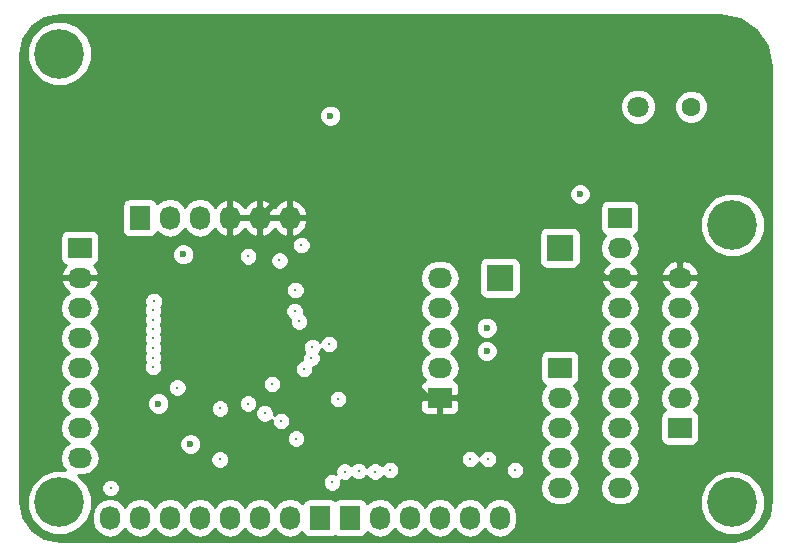
<source format=gbl>
%TF.GenerationSoftware,KiCad,Pcbnew,(after 2015-mar-04 BZR unknown)-product*%
%TF.CreationDate,2015-05-27T15:40:32-04:00*%
%TF.JobID,arduinoquad,61726475696E6F717561642E6B696361,rev?*%
%TF.FileFunction,Copper,L4,Bot,Plane*%
%FSLAX46Y46*%
G04 Gerber Fmt 4.6, Leading zero omitted, Abs format (unit mm)*
G04 Created by KiCad (PCBNEW (after 2015-mar-04 BZR unknown)-product) date 27/05/2015 3:40:32 PM*
%MOMM*%
G01*
G04 APERTURE LIST*
%ADD10C,0.100000*%
%ADD11R,2.032000X1.727200*%
%ADD12O,2.032000X1.727200*%
%ADD13C,1.600000*%
%ADD14C,1.800000*%
%ADD15C,4.200000*%
%ADD16R,2.235200X2.235200*%
%ADD17R,1.727200X2.032000*%
%ADD18O,1.727200X2.032000*%
%ADD19C,0.600000*%
%ADD20C,1.000000*%
%ADD21C,0.300000*%
%ADD22C,0.500000*%
%ADD23C,0.250000*%
%ADD24C,0.254000*%
G04 APERTURE END LIST*
D10*
D11*
X193040000Y-106680000D03*
D12*
X193040000Y-104140000D03*
X193040000Y-101600000D03*
X193040000Y-99060000D03*
X193040000Y-96520000D03*
X193040000Y-93980000D03*
D13*
X194000000Y-79500000D03*
D14*
X189500000Y-79500000D03*
D15*
X140500000Y-75000000D03*
X197500000Y-89500000D03*
X197500000Y-113000000D03*
X140500000Y-113000000D03*
D11*
X172720000Y-104140000D03*
D12*
X172720000Y-101600000D03*
X172720000Y-99060000D03*
X172720000Y-96520000D03*
X172720000Y-93980000D03*
D16*
X177800000Y-93980000D03*
X182880000Y-91440000D03*
D11*
X182880000Y-101600000D03*
D12*
X182880000Y-104140000D03*
X182880000Y-106680000D03*
X182880000Y-109220000D03*
X182880000Y-111760000D03*
D17*
X147320000Y-88900000D03*
D18*
X149860000Y-88900000D03*
X152400000Y-88900000D03*
X154940000Y-88900000D03*
X157480000Y-88900000D03*
X160020000Y-88900000D03*
D17*
X162560000Y-114300000D03*
D18*
X160020000Y-114300000D03*
X157480000Y-114300000D03*
X154940000Y-114300000D03*
X152400000Y-114300000D03*
X149860000Y-114300000D03*
X147320000Y-114300000D03*
X144780000Y-114300000D03*
D17*
X165100000Y-114300000D03*
D18*
X167640000Y-114300000D03*
X170180000Y-114300000D03*
X172720000Y-114300000D03*
X175260000Y-114300000D03*
X177800000Y-114300000D03*
D11*
X142240000Y-91440000D03*
D12*
X142240000Y-93980000D03*
X142240000Y-96520000D03*
X142240000Y-99060000D03*
X142240000Y-101600000D03*
X142240000Y-104140000D03*
X142240000Y-106680000D03*
X142240000Y-109220000D03*
D11*
X187960000Y-88900000D03*
D12*
X187960000Y-91440000D03*
X187960000Y-93980000D03*
X187960000Y-96520000D03*
X187960000Y-99060000D03*
X187960000Y-101600000D03*
X187960000Y-104140000D03*
X187960000Y-106680000D03*
X187960000Y-109220000D03*
X187960000Y-111760000D03*
D19*
X148900000Y-104630000D03*
X151000000Y-92000000D03*
X152950000Y-109050000D03*
X165925000Y-98350000D03*
X154500000Y-98750000D03*
X151000000Y-74500000D03*
X160000000Y-75000000D03*
X154000000Y-77000000D03*
X181640480Y-88696800D03*
X181051200Y-79979520D03*
D20*
X183600000Y-75650000D03*
D19*
X144600000Y-93000000D03*
D21*
X154100000Y-105050000D03*
D19*
X151600000Y-108050000D03*
D21*
X161000000Y-91200000D03*
X164100000Y-104230000D03*
X179100000Y-110275000D03*
X159260000Y-106090000D03*
X160430000Y-96780000D03*
X163600000Y-111300000D03*
X160540000Y-107600000D03*
X160790000Y-97680000D03*
X161930000Y-99860000D03*
X175290000Y-109320000D03*
X163350000Y-99590000D03*
D19*
X176690000Y-98210000D03*
X176690000Y-100190000D03*
D21*
X176800000Y-109330000D03*
X159140000Y-92510000D03*
X154090000Y-109360000D03*
X156500000Y-92160000D03*
X148500000Y-95975000D03*
X148425000Y-96725000D03*
X144850000Y-111800000D03*
X148450000Y-97525000D03*
X148450000Y-98350000D03*
X148450000Y-99100000D03*
X148450000Y-99950000D03*
X148450000Y-100750000D03*
X148450000Y-101550000D03*
X150500000Y-103275000D03*
X164670000Y-110390000D03*
X156500000Y-104630000D03*
X165850000Y-110340000D03*
X158500000Y-102990000D03*
X161220000Y-101710000D03*
X167250000Y-110390000D03*
X161850000Y-100770000D03*
X168520000Y-110260000D03*
X157890000Y-105460000D03*
X160490000Y-95000000D03*
D19*
X184600000Y-86900000D03*
X163450000Y-80250000D03*
D22*
X187960000Y-93980000D02*
X186680000Y-93980000D01*
X184396800Y-88696800D02*
X181640480Y-88696800D01*
X185400000Y-89700000D02*
X184396800Y-88696800D01*
X185400000Y-92700000D02*
X185400000Y-89700000D01*
X186680000Y-93980000D02*
X185400000Y-92700000D01*
X152950000Y-100300000D02*
X154500000Y-98750000D01*
X152950000Y-109050000D02*
X152950000Y-100300000D01*
X165925000Y-98350000D02*
X165525000Y-98750000D01*
X165525000Y-98750000D02*
X154500000Y-98750000D01*
X149825000Y-94075000D02*
X154500000Y-98750000D01*
X144600000Y-94075000D02*
X149825000Y-94075000D01*
X144075000Y-94075000D02*
X144600000Y-94075000D01*
D23*
X154500000Y-98750000D02*
X157480000Y-95770000D01*
X157480000Y-95770000D02*
X157480000Y-88900000D01*
D22*
X157480000Y-88900000D02*
X160000000Y-86380000D01*
X160000000Y-86380000D02*
X160000000Y-75000000D01*
X154940000Y-88900000D02*
X157480000Y-88900000D01*
X157480000Y-88900000D02*
X160020000Y-88900000D01*
X151000000Y-74500000D02*
X151500000Y-75000000D01*
X151500000Y-75000000D02*
X156000000Y-75000000D01*
X156000000Y-75000000D02*
X160000000Y-75000000D01*
X154000000Y-77000000D02*
X156000000Y-75000000D01*
X181051200Y-88107520D02*
X181051200Y-79979520D01*
X181640480Y-88696800D02*
X181051200Y-88107520D01*
X193040000Y-93980000D02*
X187960000Y-93980000D01*
X171715000Y-104140000D02*
X165925000Y-98350000D01*
X172720000Y-104140000D02*
X171715000Y-104140000D01*
X160760000Y-74240000D02*
X182885960Y-74240000D01*
X182885960Y-74935960D02*
X182885960Y-74240000D01*
X183600000Y-75650000D02*
X182885960Y-74935960D01*
X160760000Y-74240000D02*
X160000000Y-75000000D01*
X183600000Y-77430720D02*
X181051200Y-79979520D01*
X183600000Y-75650000D02*
X183600000Y-77430720D01*
D23*
X144600000Y-93000000D02*
X144600000Y-94075000D01*
X182850000Y-111890000D02*
X182850000Y-111815000D01*
D24*
G36*
X200790000Y-112747937D02*
X200590249Y-114102673D01*
X200235474Y-114695749D01*
X200235474Y-112458362D01*
X200235474Y-88958362D01*
X199819972Y-87952771D01*
X199051276Y-87182732D01*
X198046412Y-86765476D01*
X196958362Y-86764526D01*
X195952771Y-87180028D01*
X195435248Y-87696648D01*
X195435248Y-79215813D01*
X195217243Y-78688200D01*
X194813923Y-78284176D01*
X194286691Y-78065250D01*
X193715813Y-78064752D01*
X193188200Y-78282757D01*
X192784176Y-78686077D01*
X192565250Y-79213309D01*
X192564752Y-79784187D01*
X192782757Y-80311800D01*
X193186077Y-80715824D01*
X193713309Y-80934750D01*
X194284187Y-80935248D01*
X194811800Y-80717243D01*
X195215824Y-80313923D01*
X195434750Y-79786691D01*
X195435248Y-79215813D01*
X195435248Y-87696648D01*
X195182732Y-87948724D01*
X194765476Y-88953588D01*
X194764526Y-90041638D01*
X195180028Y-91047229D01*
X195948724Y-91817268D01*
X196953588Y-92234524D01*
X198041638Y-92235474D01*
X199047229Y-91819972D01*
X199817268Y-91051276D01*
X200234524Y-90046412D01*
X200235474Y-88958362D01*
X200235474Y-112458362D01*
X199819972Y-111452771D01*
X199051276Y-110682732D01*
X198046412Y-110265476D01*
X196958362Y-110264526D01*
X195952771Y-110680028D01*
X195182732Y-111448724D01*
X194765476Y-112453588D01*
X194764526Y-113541638D01*
X195180028Y-114547229D01*
X195948724Y-115317268D01*
X196953588Y-115734524D01*
X198041638Y-115735474D01*
X199047229Y-115319972D01*
X199817268Y-114551276D01*
X200234524Y-113546412D01*
X200235474Y-112458362D01*
X200235474Y-114695749D01*
X199933042Y-115201325D01*
X198905429Y-115964843D01*
X197612114Y-116290000D01*
X194723345Y-116290000D01*
X194723345Y-104140000D01*
X194609271Y-103566511D01*
X194284415Y-103080330D01*
X193969634Y-102870000D01*
X194284415Y-102659670D01*
X194609271Y-102173489D01*
X194723345Y-101600000D01*
X194609271Y-101026511D01*
X194284415Y-100540330D01*
X193969634Y-100330000D01*
X194284415Y-100119670D01*
X194609271Y-99633489D01*
X194723345Y-99060000D01*
X194609271Y-98486511D01*
X194284415Y-98000330D01*
X193969634Y-97790000D01*
X194284415Y-97579670D01*
X194609271Y-97093489D01*
X194723345Y-96520000D01*
X194609271Y-95946511D01*
X194284415Y-95460330D01*
X193974930Y-95253539D01*
X194390732Y-94882036D01*
X194644709Y-94354791D01*
X194647358Y-94339026D01*
X194647358Y-93620974D01*
X194644709Y-93605209D01*
X194390732Y-93077964D01*
X193954320Y-92688046D01*
X193401913Y-92494816D01*
X193167000Y-92639076D01*
X193167000Y-93853000D01*
X194526217Y-93853000D01*
X194647358Y-93620974D01*
X194647358Y-94339026D01*
X194526217Y-94107000D01*
X193167000Y-94107000D01*
X193167000Y-94127000D01*
X192913000Y-94127000D01*
X192913000Y-94107000D01*
X192913000Y-93853000D01*
X192913000Y-92639076D01*
X192678087Y-92494816D01*
X192125680Y-92688046D01*
X191689268Y-93077964D01*
X191435291Y-93605209D01*
X191432642Y-93620974D01*
X191553783Y-93853000D01*
X192913000Y-93853000D01*
X192913000Y-94107000D01*
X191553783Y-94107000D01*
X191432642Y-94339026D01*
X191435291Y-94354791D01*
X191689268Y-94882036D01*
X192105069Y-95253539D01*
X191795585Y-95460330D01*
X191470729Y-95946511D01*
X191356655Y-96520000D01*
X191470729Y-97093489D01*
X191795585Y-97579670D01*
X192110365Y-97790000D01*
X191795585Y-98000330D01*
X191470729Y-98486511D01*
X191356655Y-99060000D01*
X191470729Y-99633489D01*
X191795585Y-100119670D01*
X192110365Y-100330000D01*
X191795585Y-100540330D01*
X191470729Y-101026511D01*
X191356655Y-101600000D01*
X191470729Y-102173489D01*
X191795585Y-102659670D01*
X192110365Y-102870000D01*
X191795585Y-103080330D01*
X191470729Y-103566511D01*
X191356655Y-104140000D01*
X191470729Y-104713489D01*
X191795585Y-105199670D01*
X191811367Y-105210215D01*
X191781877Y-105215937D01*
X191569073Y-105355727D01*
X191426623Y-105566760D01*
X191376560Y-105816400D01*
X191376560Y-107543600D01*
X191423537Y-107785723D01*
X191563327Y-107998527D01*
X191774360Y-108140977D01*
X192024000Y-108191040D01*
X194056000Y-108191040D01*
X194298123Y-108144063D01*
X194510927Y-108004273D01*
X194653377Y-107793240D01*
X194703440Y-107543600D01*
X194703440Y-105816400D01*
X194656463Y-105574277D01*
X194516673Y-105361473D01*
X194305640Y-105219023D01*
X194267037Y-105211281D01*
X194284415Y-105199670D01*
X194609271Y-104713489D01*
X194723345Y-104140000D01*
X194723345Y-116290000D01*
X191035265Y-116290000D01*
X191035265Y-79196009D01*
X190802068Y-78631629D01*
X190370643Y-78199449D01*
X189806670Y-77965267D01*
X189196009Y-77964735D01*
X188631629Y-78197932D01*
X188199449Y-78629357D01*
X187965267Y-79193330D01*
X187964735Y-79803991D01*
X188197932Y-80368371D01*
X188629357Y-80800551D01*
X189193330Y-81034733D01*
X189803991Y-81035265D01*
X190368371Y-80802068D01*
X190800551Y-80370643D01*
X191034733Y-79806670D01*
X191035265Y-79196009D01*
X191035265Y-116290000D01*
X189643345Y-116290000D01*
X189643345Y-111760000D01*
X189529271Y-111186511D01*
X189204415Y-110700330D01*
X188889634Y-110490000D01*
X189204415Y-110279670D01*
X189529271Y-109793489D01*
X189643345Y-109220000D01*
X189529271Y-108646511D01*
X189204415Y-108160330D01*
X188889634Y-107950000D01*
X189204415Y-107739670D01*
X189529271Y-107253489D01*
X189643345Y-106680000D01*
X189529271Y-106106511D01*
X189204415Y-105620330D01*
X188889634Y-105410000D01*
X189204415Y-105199670D01*
X189529271Y-104713489D01*
X189643345Y-104140000D01*
X189529271Y-103566511D01*
X189204415Y-103080330D01*
X188889634Y-102870000D01*
X189204415Y-102659670D01*
X189529271Y-102173489D01*
X189643345Y-101600000D01*
X189529271Y-101026511D01*
X189204415Y-100540330D01*
X188889634Y-100330000D01*
X189204415Y-100119670D01*
X189529271Y-99633489D01*
X189643345Y-99060000D01*
X189529271Y-98486511D01*
X189204415Y-98000330D01*
X188889634Y-97790000D01*
X189204415Y-97579670D01*
X189529271Y-97093489D01*
X189643345Y-96520000D01*
X189643345Y-91440000D01*
X189529271Y-90866511D01*
X189204415Y-90380330D01*
X189188632Y-90369784D01*
X189218123Y-90364063D01*
X189430927Y-90224273D01*
X189573377Y-90013240D01*
X189623440Y-89763600D01*
X189623440Y-88036400D01*
X189576463Y-87794277D01*
X189436673Y-87581473D01*
X189225640Y-87439023D01*
X188976000Y-87388960D01*
X186944000Y-87388960D01*
X186701877Y-87435937D01*
X186489073Y-87575727D01*
X186346623Y-87786760D01*
X186296560Y-88036400D01*
X186296560Y-89763600D01*
X186343537Y-90005723D01*
X186483327Y-90218527D01*
X186694360Y-90360977D01*
X186732962Y-90368718D01*
X186715585Y-90380330D01*
X186390729Y-90866511D01*
X186276655Y-91440000D01*
X186390729Y-92013489D01*
X186715585Y-92499670D01*
X187025069Y-92706460D01*
X186609268Y-93077964D01*
X186355291Y-93605209D01*
X186352642Y-93620974D01*
X186473783Y-93853000D01*
X187833000Y-93853000D01*
X187833000Y-93833000D01*
X188087000Y-93833000D01*
X188087000Y-93853000D01*
X189446217Y-93853000D01*
X189567358Y-93620974D01*
X189564709Y-93605209D01*
X189310732Y-93077964D01*
X188894930Y-92706460D01*
X189204415Y-92499670D01*
X189529271Y-92013489D01*
X189643345Y-91440000D01*
X189643345Y-96520000D01*
X189529271Y-95946511D01*
X189204415Y-95460330D01*
X188894930Y-95253539D01*
X189310732Y-94882036D01*
X189564709Y-94354791D01*
X189567358Y-94339026D01*
X189446217Y-94107000D01*
X188087000Y-94107000D01*
X188087000Y-94127000D01*
X187833000Y-94127000D01*
X187833000Y-94107000D01*
X186473783Y-94107000D01*
X186352642Y-94339026D01*
X186355291Y-94354791D01*
X186609268Y-94882036D01*
X187025069Y-95253539D01*
X186715585Y-95460330D01*
X186390729Y-95946511D01*
X186276655Y-96520000D01*
X186390729Y-97093489D01*
X186715585Y-97579670D01*
X187030365Y-97790000D01*
X186715585Y-98000330D01*
X186390729Y-98486511D01*
X186276655Y-99060000D01*
X186390729Y-99633489D01*
X186715585Y-100119670D01*
X187030365Y-100330000D01*
X186715585Y-100540330D01*
X186390729Y-101026511D01*
X186276655Y-101600000D01*
X186390729Y-102173489D01*
X186715585Y-102659670D01*
X187030365Y-102870000D01*
X186715585Y-103080330D01*
X186390729Y-103566511D01*
X186276655Y-104140000D01*
X186390729Y-104713489D01*
X186715585Y-105199670D01*
X187030365Y-105410000D01*
X186715585Y-105620330D01*
X186390729Y-106106511D01*
X186276655Y-106680000D01*
X186390729Y-107253489D01*
X186715585Y-107739670D01*
X187030365Y-107950000D01*
X186715585Y-108160330D01*
X186390729Y-108646511D01*
X186276655Y-109220000D01*
X186390729Y-109793489D01*
X186715585Y-110279670D01*
X187030365Y-110490000D01*
X186715585Y-110700330D01*
X186390729Y-111186511D01*
X186276655Y-111760000D01*
X186390729Y-112333489D01*
X186715585Y-112819670D01*
X187201766Y-113144526D01*
X187775255Y-113258600D01*
X188144745Y-113258600D01*
X188718234Y-113144526D01*
X189204415Y-112819670D01*
X189529271Y-112333489D01*
X189643345Y-111760000D01*
X189643345Y-116290000D01*
X185535162Y-116290000D01*
X185535162Y-86714833D01*
X185393117Y-86371057D01*
X185130327Y-86107808D01*
X184786799Y-85965162D01*
X184414833Y-85964838D01*
X184071057Y-86106883D01*
X183807808Y-86369673D01*
X183665162Y-86713201D01*
X183664838Y-87085167D01*
X183806883Y-87428943D01*
X184069673Y-87692192D01*
X184413201Y-87834838D01*
X184785167Y-87835162D01*
X185128943Y-87693117D01*
X185392192Y-87430327D01*
X185534838Y-87086799D01*
X185535162Y-86714833D01*
X185535162Y-116290000D01*
X184645040Y-116290000D01*
X184645040Y-92557600D01*
X184645040Y-90322400D01*
X184598063Y-90080277D01*
X184458273Y-89867473D01*
X184247240Y-89725023D01*
X183997600Y-89674960D01*
X181762400Y-89674960D01*
X181520277Y-89721937D01*
X181307473Y-89861727D01*
X181165023Y-90072760D01*
X181114960Y-90322400D01*
X181114960Y-92557600D01*
X181161937Y-92799723D01*
X181301727Y-93012527D01*
X181512760Y-93154977D01*
X181762400Y-93205040D01*
X183997600Y-93205040D01*
X184239723Y-93158063D01*
X184452527Y-93018273D01*
X184594977Y-92807240D01*
X184645040Y-92557600D01*
X184645040Y-116290000D01*
X184563345Y-116290000D01*
X184563345Y-111760000D01*
X184449271Y-111186511D01*
X184124415Y-110700330D01*
X183809634Y-110490000D01*
X184124415Y-110279670D01*
X184449271Y-109793489D01*
X184563345Y-109220000D01*
X184449271Y-108646511D01*
X184124415Y-108160330D01*
X183809634Y-107950000D01*
X184124415Y-107739670D01*
X184449271Y-107253489D01*
X184563345Y-106680000D01*
X184449271Y-106106511D01*
X184124415Y-105620330D01*
X183809634Y-105410000D01*
X184124415Y-105199670D01*
X184449271Y-104713489D01*
X184563345Y-104140000D01*
X184449271Y-103566511D01*
X184124415Y-103080330D01*
X184108632Y-103069784D01*
X184138123Y-103064063D01*
X184350927Y-102924273D01*
X184493377Y-102713240D01*
X184543440Y-102463600D01*
X184543440Y-100736400D01*
X184496463Y-100494277D01*
X184356673Y-100281473D01*
X184145640Y-100139023D01*
X183896000Y-100088960D01*
X181864000Y-100088960D01*
X181621877Y-100135937D01*
X181409073Y-100275727D01*
X181266623Y-100486760D01*
X181216560Y-100736400D01*
X181216560Y-102463600D01*
X181263537Y-102705723D01*
X181403327Y-102918527D01*
X181614360Y-103060977D01*
X181652962Y-103068718D01*
X181635585Y-103080330D01*
X181310729Y-103566511D01*
X181196655Y-104140000D01*
X181310729Y-104713489D01*
X181635585Y-105199670D01*
X181950365Y-105410000D01*
X181635585Y-105620330D01*
X181310729Y-106106511D01*
X181196655Y-106680000D01*
X181310729Y-107253489D01*
X181635585Y-107739670D01*
X181950365Y-107950000D01*
X181635585Y-108160330D01*
X181310729Y-108646511D01*
X181196655Y-109220000D01*
X181310729Y-109793489D01*
X181635585Y-110279670D01*
X181950365Y-110490000D01*
X181635585Y-110700330D01*
X181310729Y-111186511D01*
X181196655Y-111760000D01*
X181310729Y-112333489D01*
X181635585Y-112819670D01*
X182121766Y-113144526D01*
X182695255Y-113258600D01*
X183064745Y-113258600D01*
X183638234Y-113144526D01*
X184124415Y-112819670D01*
X184449271Y-112333489D01*
X184563345Y-111760000D01*
X184563345Y-116290000D01*
X179885136Y-116290000D01*
X179885136Y-110119539D01*
X179765879Y-109830914D01*
X179565040Y-109629724D01*
X179565040Y-95097600D01*
X179565040Y-92862400D01*
X179518063Y-92620277D01*
X179378273Y-92407473D01*
X179167240Y-92265023D01*
X178917600Y-92214960D01*
X176682400Y-92214960D01*
X176440277Y-92261937D01*
X176227473Y-92401727D01*
X176085023Y-92612760D01*
X176034960Y-92862400D01*
X176034960Y-95097600D01*
X176081937Y-95339723D01*
X176221727Y-95552527D01*
X176432760Y-95694977D01*
X176682400Y-95745040D01*
X178917600Y-95745040D01*
X179159723Y-95698063D01*
X179372527Y-95558273D01*
X179514977Y-95347240D01*
X179565040Y-95097600D01*
X179565040Y-109629724D01*
X179545247Y-109609897D01*
X179256831Y-109490137D01*
X178944539Y-109489864D01*
X178655914Y-109609121D01*
X178434897Y-109829753D01*
X178315137Y-110118169D01*
X178314864Y-110430461D01*
X178434121Y-110719086D01*
X178654753Y-110940103D01*
X178943169Y-111059863D01*
X179255461Y-111060136D01*
X179544086Y-110940879D01*
X179765103Y-110720247D01*
X179884863Y-110431831D01*
X179885136Y-110119539D01*
X179885136Y-116290000D01*
X179298600Y-116290000D01*
X179298600Y-114484745D01*
X179298600Y-114115255D01*
X179184526Y-113541766D01*
X178859670Y-113055585D01*
X178373489Y-112730729D01*
X177800000Y-112616655D01*
X177625162Y-112651432D01*
X177625162Y-100004833D01*
X177625162Y-98024833D01*
X177483117Y-97681057D01*
X177220327Y-97417808D01*
X176876799Y-97275162D01*
X176504833Y-97274838D01*
X176161057Y-97416883D01*
X175897808Y-97679673D01*
X175755162Y-98023201D01*
X175754838Y-98395167D01*
X175896883Y-98738943D01*
X176159673Y-99002192D01*
X176503201Y-99144838D01*
X176875167Y-99145162D01*
X177218943Y-99003117D01*
X177482192Y-98740327D01*
X177624838Y-98396799D01*
X177625162Y-98024833D01*
X177625162Y-100004833D01*
X177483117Y-99661057D01*
X177220327Y-99397808D01*
X176876799Y-99255162D01*
X176504833Y-99254838D01*
X176161057Y-99396883D01*
X175897808Y-99659673D01*
X175755162Y-100003201D01*
X175754838Y-100375167D01*
X175896883Y-100718943D01*
X176159673Y-100982192D01*
X176503201Y-101124838D01*
X176875167Y-101125162D01*
X177218943Y-100983117D01*
X177482192Y-100720327D01*
X177624838Y-100376799D01*
X177625162Y-100004833D01*
X177625162Y-112651432D01*
X177585136Y-112659394D01*
X177585136Y-109174539D01*
X177465879Y-108885914D01*
X177245247Y-108664897D01*
X176956831Y-108545137D01*
X176644539Y-108544864D01*
X176355914Y-108664121D01*
X176134897Y-108884753D01*
X176046997Y-109096439D01*
X175955879Y-108875914D01*
X175735247Y-108654897D01*
X175446831Y-108535137D01*
X175134539Y-108534864D01*
X174845914Y-108654121D01*
X174624897Y-108874753D01*
X174505137Y-109163169D01*
X174504864Y-109475461D01*
X174624121Y-109764086D01*
X174844753Y-109985103D01*
X175133169Y-110104863D01*
X175445461Y-110105136D01*
X175734086Y-109985879D01*
X175955103Y-109765247D01*
X176043002Y-109553560D01*
X176134121Y-109774086D01*
X176354753Y-109995103D01*
X176643169Y-110114863D01*
X176955461Y-110115136D01*
X177244086Y-109995879D01*
X177465103Y-109775247D01*
X177584863Y-109486831D01*
X177585136Y-109174539D01*
X177585136Y-112659394D01*
X177226511Y-112730729D01*
X176740330Y-113055585D01*
X176530000Y-113370365D01*
X176319670Y-113055585D01*
X175833489Y-112730729D01*
X175260000Y-112616655D01*
X174686511Y-112730729D01*
X174403345Y-112919934D01*
X174403345Y-101600000D01*
X174289271Y-101026511D01*
X173964415Y-100540330D01*
X173649634Y-100330000D01*
X173964415Y-100119670D01*
X174289271Y-99633489D01*
X174403345Y-99060000D01*
X174289271Y-98486511D01*
X173964415Y-98000330D01*
X173649634Y-97790000D01*
X173964415Y-97579670D01*
X174289271Y-97093489D01*
X174403345Y-96520000D01*
X174289271Y-95946511D01*
X173964415Y-95460330D01*
X173649634Y-95250000D01*
X173964415Y-95039670D01*
X174289271Y-94553489D01*
X174403345Y-93980000D01*
X174289271Y-93406511D01*
X173964415Y-92920330D01*
X173478234Y-92595474D01*
X172904745Y-92481400D01*
X172535255Y-92481400D01*
X171961766Y-92595474D01*
X171475585Y-92920330D01*
X171150729Y-93406511D01*
X171036655Y-93980000D01*
X171150729Y-94553489D01*
X171475585Y-95039670D01*
X171790365Y-95250000D01*
X171475585Y-95460330D01*
X171150729Y-95946511D01*
X171036655Y-96520000D01*
X171150729Y-97093489D01*
X171475585Y-97579670D01*
X171790365Y-97790000D01*
X171475585Y-98000330D01*
X171150729Y-98486511D01*
X171036655Y-99060000D01*
X171150729Y-99633489D01*
X171475585Y-100119670D01*
X171790365Y-100330000D01*
X171475585Y-100540330D01*
X171150729Y-101026511D01*
X171036655Y-101600000D01*
X171150729Y-102173489D01*
X171475585Y-102659670D01*
X171497780Y-102674500D01*
X171344302Y-102738073D01*
X171165673Y-102916701D01*
X171069000Y-103150090D01*
X171069000Y-103402709D01*
X171069000Y-103854250D01*
X171227750Y-104013000D01*
X172593000Y-104013000D01*
X172593000Y-103993000D01*
X172847000Y-103993000D01*
X172847000Y-104013000D01*
X174212250Y-104013000D01*
X174371000Y-103854250D01*
X174371000Y-103402709D01*
X174371000Y-103150090D01*
X174274327Y-102916701D01*
X174095698Y-102738073D01*
X173942219Y-102674500D01*
X173964415Y-102659670D01*
X174289271Y-102173489D01*
X174403345Y-101600000D01*
X174403345Y-112919934D01*
X174371000Y-112941546D01*
X174371000Y-105129910D01*
X174371000Y-104877291D01*
X174371000Y-104425750D01*
X174212250Y-104267000D01*
X172847000Y-104267000D01*
X172847000Y-105479850D01*
X173005750Y-105638600D01*
X173862309Y-105638600D01*
X174095698Y-105541927D01*
X174274327Y-105363299D01*
X174371000Y-105129910D01*
X174371000Y-112941546D01*
X174200330Y-113055585D01*
X173990000Y-113370365D01*
X173779670Y-113055585D01*
X173293489Y-112730729D01*
X172720000Y-112616655D01*
X172593000Y-112641916D01*
X172593000Y-105479850D01*
X172593000Y-104267000D01*
X171227750Y-104267000D01*
X171069000Y-104425750D01*
X171069000Y-104877291D01*
X171069000Y-105129910D01*
X171165673Y-105363299D01*
X171344302Y-105541927D01*
X171577691Y-105638600D01*
X172434250Y-105638600D01*
X172593000Y-105479850D01*
X172593000Y-112641916D01*
X172146511Y-112730729D01*
X171660330Y-113055585D01*
X171450000Y-113370365D01*
X171239670Y-113055585D01*
X170753489Y-112730729D01*
X170180000Y-112616655D01*
X169606511Y-112730729D01*
X169305136Y-112932101D01*
X169305136Y-110104539D01*
X169185879Y-109815914D01*
X168965247Y-109594897D01*
X168676831Y-109475137D01*
X168364539Y-109474864D01*
X168075914Y-109594121D01*
X167854897Y-109814753D01*
X167834348Y-109864240D01*
X167695247Y-109724897D01*
X167406831Y-109605137D01*
X167094539Y-109604864D01*
X166805914Y-109724121D01*
X166584897Y-109944753D01*
X166560417Y-110003706D01*
X166515879Y-109895914D01*
X166295247Y-109674897D01*
X166006831Y-109555137D01*
X165694539Y-109554864D01*
X165405914Y-109674121D01*
X165234939Y-109844798D01*
X165115247Y-109724897D01*
X164885136Y-109629347D01*
X164885136Y-104074539D01*
X164765879Y-103785914D01*
X164545247Y-103564897D01*
X164385162Y-103498424D01*
X164385162Y-80064833D01*
X164243117Y-79721057D01*
X163980327Y-79457808D01*
X163636799Y-79315162D01*
X163264833Y-79314838D01*
X162921057Y-79456883D01*
X162657808Y-79719673D01*
X162515162Y-80063201D01*
X162514838Y-80435167D01*
X162656883Y-80778943D01*
X162919673Y-81042192D01*
X163263201Y-81184838D01*
X163635167Y-81185162D01*
X163978943Y-81043117D01*
X164242192Y-80780327D01*
X164384838Y-80436799D01*
X164385162Y-80064833D01*
X164385162Y-103498424D01*
X164256831Y-103445137D01*
X164135136Y-103445030D01*
X164135136Y-99434539D01*
X164015879Y-99145914D01*
X163795247Y-98924897D01*
X163506831Y-98805137D01*
X163194539Y-98804864D01*
X162905914Y-98924121D01*
X162684897Y-99144753D01*
X162579227Y-99399233D01*
X162375247Y-99194897D01*
X162086831Y-99075137D01*
X161785136Y-99074873D01*
X161785136Y-91044539D01*
X161665879Y-90755914D01*
X161505184Y-90594938D01*
X161505184Y-89261913D01*
X161505184Y-88538087D01*
X161311954Y-87985680D01*
X160922036Y-87549268D01*
X160394791Y-87295291D01*
X160379026Y-87292642D01*
X160147000Y-87413783D01*
X160147000Y-88773000D01*
X161360924Y-88773000D01*
X161505184Y-88538087D01*
X161505184Y-89261913D01*
X161360924Y-89027000D01*
X160147000Y-89027000D01*
X160147000Y-90386217D01*
X160379026Y-90507358D01*
X160394791Y-90504709D01*
X160922036Y-90250732D01*
X161311954Y-89814320D01*
X161505184Y-89261913D01*
X161505184Y-90594938D01*
X161445247Y-90534897D01*
X161156831Y-90415137D01*
X160844539Y-90414864D01*
X160555914Y-90534121D01*
X160334897Y-90754753D01*
X160215137Y-91043169D01*
X160214864Y-91355461D01*
X160334121Y-91644086D01*
X160554753Y-91865103D01*
X160843169Y-91984863D01*
X161155461Y-91985136D01*
X161444086Y-91865879D01*
X161665103Y-91645247D01*
X161784863Y-91356831D01*
X161785136Y-91044539D01*
X161785136Y-99074873D01*
X161774539Y-99074864D01*
X161575136Y-99157255D01*
X161575136Y-97524539D01*
X161455879Y-97235914D01*
X161275136Y-97054855D01*
X161275136Y-94844539D01*
X161155879Y-94555914D01*
X160935247Y-94334897D01*
X160646831Y-94215137D01*
X160334539Y-94214864D01*
X160045914Y-94334121D01*
X159925136Y-94454688D01*
X159925136Y-92354539D01*
X159893000Y-92276763D01*
X159893000Y-90386217D01*
X159893000Y-89027000D01*
X159893000Y-88773000D01*
X159893000Y-87413783D01*
X159660974Y-87292642D01*
X159645209Y-87295291D01*
X159117964Y-87549268D01*
X158750000Y-87961108D01*
X158382036Y-87549268D01*
X157854791Y-87295291D01*
X157839026Y-87292642D01*
X157607000Y-87413783D01*
X157607000Y-88773000D01*
X158679076Y-88773000D01*
X158820924Y-88773000D01*
X159893000Y-88773000D01*
X159893000Y-89027000D01*
X158820924Y-89027000D01*
X158679076Y-89027000D01*
X157607000Y-89027000D01*
X157607000Y-90386217D01*
X157839026Y-90507358D01*
X157854791Y-90504709D01*
X158382036Y-90250732D01*
X158750000Y-89838891D01*
X159117964Y-90250732D01*
X159645209Y-90504709D01*
X159660974Y-90507358D01*
X159893000Y-90386217D01*
X159893000Y-92276763D01*
X159805879Y-92065914D01*
X159585247Y-91844897D01*
X159296831Y-91725137D01*
X158984539Y-91724864D01*
X158695914Y-91844121D01*
X158474897Y-92064753D01*
X158355137Y-92353169D01*
X158354864Y-92665461D01*
X158474121Y-92954086D01*
X158694753Y-93175103D01*
X158983169Y-93294863D01*
X159295461Y-93295136D01*
X159584086Y-93175879D01*
X159805103Y-92955247D01*
X159924863Y-92666831D01*
X159925136Y-92354539D01*
X159925136Y-94454688D01*
X159824897Y-94554753D01*
X159705137Y-94843169D01*
X159704864Y-95155461D01*
X159824121Y-95444086D01*
X160044753Y-95665103D01*
X160333169Y-95784863D01*
X160645461Y-95785136D01*
X160934086Y-95665879D01*
X161155103Y-95445247D01*
X161274863Y-95156831D01*
X161275136Y-94844539D01*
X161275136Y-97054855D01*
X161235247Y-97014897D01*
X161190212Y-96996197D01*
X161214863Y-96936831D01*
X161215136Y-96624539D01*
X161095879Y-96335914D01*
X160875247Y-96114897D01*
X160586831Y-95995137D01*
X160274539Y-95994864D01*
X159985914Y-96114121D01*
X159764897Y-96334753D01*
X159645137Y-96623169D01*
X159644864Y-96935461D01*
X159764121Y-97224086D01*
X159984753Y-97445103D01*
X160029787Y-97463802D01*
X160005137Y-97523169D01*
X160004864Y-97835461D01*
X160124121Y-98124086D01*
X160344753Y-98345103D01*
X160633169Y-98464863D01*
X160945461Y-98465136D01*
X161234086Y-98345879D01*
X161455103Y-98125247D01*
X161574863Y-97836831D01*
X161575136Y-97524539D01*
X161575136Y-99157255D01*
X161485914Y-99194121D01*
X161264897Y-99414753D01*
X161145137Y-99703169D01*
X161144864Y-100015461D01*
X161247031Y-100262726D01*
X161184897Y-100324753D01*
X161065137Y-100613169D01*
X161064864Y-100924864D01*
X161064539Y-100924864D01*
X160775914Y-101044121D01*
X160554897Y-101264753D01*
X160435137Y-101553169D01*
X160434864Y-101865461D01*
X160554121Y-102154086D01*
X160774753Y-102375103D01*
X161063169Y-102494863D01*
X161375461Y-102495136D01*
X161664086Y-102375879D01*
X161885103Y-102155247D01*
X162004863Y-101866831D01*
X162005135Y-101555135D01*
X162005461Y-101555136D01*
X162294086Y-101435879D01*
X162515103Y-101215247D01*
X162634863Y-100926831D01*
X162635136Y-100614539D01*
X162532968Y-100367273D01*
X162595103Y-100305247D01*
X162700772Y-100050766D01*
X162904753Y-100255103D01*
X163193169Y-100374863D01*
X163505461Y-100375136D01*
X163794086Y-100255879D01*
X164015103Y-100035247D01*
X164134863Y-99746831D01*
X164135136Y-99434539D01*
X164135136Y-103445030D01*
X163944539Y-103444864D01*
X163655914Y-103564121D01*
X163434897Y-103784753D01*
X163315137Y-104073169D01*
X163314864Y-104385461D01*
X163434121Y-104674086D01*
X163654753Y-104895103D01*
X163943169Y-105014863D01*
X164255461Y-105015136D01*
X164544086Y-104895879D01*
X164765103Y-104675247D01*
X164884863Y-104386831D01*
X164885136Y-104074539D01*
X164885136Y-109629347D01*
X164826831Y-109605137D01*
X164514539Y-109604864D01*
X164225914Y-109724121D01*
X164004897Y-109944753D01*
X163885137Y-110233169D01*
X163884864Y-110545461D01*
X163896255Y-110573030D01*
X163756831Y-110515137D01*
X163444539Y-110514864D01*
X163155914Y-110634121D01*
X162934897Y-110854753D01*
X162815137Y-111143169D01*
X162814864Y-111455461D01*
X162934121Y-111744086D01*
X163154753Y-111965103D01*
X163443169Y-112084863D01*
X163755461Y-112085136D01*
X164044086Y-111965879D01*
X164265103Y-111745247D01*
X164384863Y-111456831D01*
X164385136Y-111144539D01*
X164373744Y-111116969D01*
X164513169Y-111174863D01*
X164825461Y-111175136D01*
X165114086Y-111055879D01*
X165285060Y-110885201D01*
X165404753Y-111005103D01*
X165693169Y-111124863D01*
X166005461Y-111125136D01*
X166294086Y-111005879D01*
X166515103Y-110785247D01*
X166539582Y-110726293D01*
X166584121Y-110834086D01*
X166804753Y-111055103D01*
X167093169Y-111174863D01*
X167405461Y-111175136D01*
X167694086Y-111055879D01*
X167915103Y-110835247D01*
X167935651Y-110785759D01*
X168074753Y-110925103D01*
X168363169Y-111044863D01*
X168675461Y-111045136D01*
X168964086Y-110925879D01*
X169185103Y-110705247D01*
X169304863Y-110416831D01*
X169305136Y-110104539D01*
X169305136Y-112932101D01*
X169120330Y-113055585D01*
X168910000Y-113370365D01*
X168699670Y-113055585D01*
X168213489Y-112730729D01*
X167640000Y-112616655D01*
X167066511Y-112730729D01*
X166580330Y-113055585D01*
X166569784Y-113071367D01*
X166564063Y-113041877D01*
X166424273Y-112829073D01*
X166213240Y-112686623D01*
X165963600Y-112636560D01*
X164236400Y-112636560D01*
X163994277Y-112683537D01*
X163829258Y-112791937D01*
X163673240Y-112686623D01*
X163423600Y-112636560D01*
X161696400Y-112636560D01*
X161454277Y-112683537D01*
X161325136Y-112768369D01*
X161325136Y-107444539D01*
X161205879Y-107155914D01*
X160985247Y-106934897D01*
X160696831Y-106815137D01*
X160384539Y-106814864D01*
X160095914Y-106934121D01*
X160045136Y-106984810D01*
X160045136Y-105934539D01*
X159925879Y-105645914D01*
X159705247Y-105424897D01*
X159416831Y-105305137D01*
X159285136Y-105305021D01*
X159285136Y-102834539D01*
X159165879Y-102545914D01*
X158945247Y-102324897D01*
X158656831Y-102205137D01*
X158344539Y-102204864D01*
X158055914Y-102324121D01*
X157834897Y-102544753D01*
X157715137Y-102833169D01*
X157714864Y-103145461D01*
X157834121Y-103434086D01*
X158054753Y-103655103D01*
X158343169Y-103774863D01*
X158655461Y-103775136D01*
X158944086Y-103655879D01*
X159165103Y-103435247D01*
X159284863Y-103146831D01*
X159285136Y-102834539D01*
X159285136Y-105305021D01*
X159104539Y-105304864D01*
X158815914Y-105424121D01*
X158674908Y-105564880D01*
X158675136Y-105304539D01*
X158555879Y-105015914D01*
X158335247Y-104794897D01*
X158046831Y-104675137D01*
X157734539Y-104674864D01*
X157445914Y-104794121D01*
X157353000Y-104886873D01*
X157353000Y-90386217D01*
X157353000Y-89027000D01*
X157353000Y-88773000D01*
X157353000Y-87413783D01*
X157120974Y-87292642D01*
X157105209Y-87295291D01*
X156577964Y-87549268D01*
X156210000Y-87961108D01*
X155842036Y-87549268D01*
X155314791Y-87295291D01*
X155299026Y-87292642D01*
X155067000Y-87413783D01*
X155067000Y-88773000D01*
X156139076Y-88773000D01*
X156280924Y-88773000D01*
X157353000Y-88773000D01*
X157353000Y-89027000D01*
X156280924Y-89027000D01*
X156139076Y-89027000D01*
X155067000Y-89027000D01*
X155067000Y-90386217D01*
X155299026Y-90507358D01*
X155314791Y-90504709D01*
X155842036Y-90250732D01*
X156210000Y-89838891D01*
X156577964Y-90250732D01*
X157105209Y-90504709D01*
X157120974Y-90507358D01*
X157353000Y-90386217D01*
X157353000Y-104886873D01*
X157285136Y-104954618D01*
X157285136Y-104474539D01*
X157285136Y-92004539D01*
X157165879Y-91715914D01*
X156945247Y-91494897D01*
X156656831Y-91375137D01*
X156344539Y-91374864D01*
X156055914Y-91494121D01*
X155834897Y-91714753D01*
X155715137Y-92003169D01*
X155714864Y-92315461D01*
X155834121Y-92604086D01*
X156054753Y-92825103D01*
X156343169Y-92944863D01*
X156655461Y-92945136D01*
X156944086Y-92825879D01*
X157165103Y-92605247D01*
X157284863Y-92316831D01*
X157285136Y-92004539D01*
X157285136Y-104474539D01*
X157165879Y-104185914D01*
X156945247Y-103964897D01*
X156656831Y-103845137D01*
X156344539Y-103844864D01*
X156055914Y-103964121D01*
X155834897Y-104184753D01*
X155715137Y-104473169D01*
X155714864Y-104785461D01*
X155834121Y-105074086D01*
X156054753Y-105295103D01*
X156343169Y-105414863D01*
X156655461Y-105415136D01*
X156944086Y-105295879D01*
X157165103Y-105075247D01*
X157284863Y-104786831D01*
X157285136Y-104474539D01*
X157285136Y-104954618D01*
X157224897Y-105014753D01*
X157105137Y-105303169D01*
X157104864Y-105615461D01*
X157224121Y-105904086D01*
X157444753Y-106125103D01*
X157733169Y-106244863D01*
X158045461Y-106245136D01*
X158334086Y-106125879D01*
X158475091Y-105985119D01*
X158474864Y-106245461D01*
X158594121Y-106534086D01*
X158814753Y-106755103D01*
X159103169Y-106874863D01*
X159415461Y-106875136D01*
X159704086Y-106755879D01*
X159925103Y-106535247D01*
X160044863Y-106246831D01*
X160045136Y-105934539D01*
X160045136Y-106984810D01*
X159874897Y-107154753D01*
X159755137Y-107443169D01*
X159754864Y-107755461D01*
X159874121Y-108044086D01*
X160094753Y-108265103D01*
X160383169Y-108384863D01*
X160695461Y-108385136D01*
X160984086Y-108265879D01*
X161205103Y-108045247D01*
X161324863Y-107756831D01*
X161325136Y-107444539D01*
X161325136Y-112768369D01*
X161241473Y-112823327D01*
X161099023Y-113034360D01*
X161091281Y-113072962D01*
X161079670Y-113055585D01*
X160593489Y-112730729D01*
X160020000Y-112616655D01*
X159446511Y-112730729D01*
X158960330Y-113055585D01*
X158750000Y-113370365D01*
X158539670Y-113055585D01*
X158053489Y-112730729D01*
X157480000Y-112616655D01*
X156906511Y-112730729D01*
X156420330Y-113055585D01*
X156210000Y-113370365D01*
X155999670Y-113055585D01*
X155513489Y-112730729D01*
X154940000Y-112616655D01*
X154885136Y-112627568D01*
X154885136Y-104894539D01*
X154813000Y-104719955D01*
X154813000Y-90386217D01*
X154813000Y-89027000D01*
X154793000Y-89027000D01*
X154793000Y-88773000D01*
X154813000Y-88773000D01*
X154813000Y-87413783D01*
X154580974Y-87292642D01*
X154565209Y-87295291D01*
X154037964Y-87549268D01*
X153666460Y-87965069D01*
X153459670Y-87655585D01*
X152973489Y-87330729D01*
X152400000Y-87216655D01*
X151826511Y-87330729D01*
X151340330Y-87655585D01*
X151130000Y-87970365D01*
X150919670Y-87655585D01*
X150433489Y-87330729D01*
X149860000Y-87216655D01*
X149286511Y-87330729D01*
X148800330Y-87655585D01*
X148789784Y-87671367D01*
X148784063Y-87641877D01*
X148644273Y-87429073D01*
X148433240Y-87286623D01*
X148183600Y-87236560D01*
X146456400Y-87236560D01*
X146214277Y-87283537D01*
X146001473Y-87423327D01*
X145859023Y-87634360D01*
X145808960Y-87884000D01*
X145808960Y-89916000D01*
X145855937Y-90158123D01*
X145995727Y-90370927D01*
X146206760Y-90513377D01*
X146456400Y-90563440D01*
X148183600Y-90563440D01*
X148425723Y-90516463D01*
X148638527Y-90376673D01*
X148780977Y-90165640D01*
X148788718Y-90127037D01*
X148800330Y-90144415D01*
X149286511Y-90469271D01*
X149860000Y-90583345D01*
X150433489Y-90469271D01*
X150919670Y-90144415D01*
X151130000Y-89829634D01*
X151340330Y-90144415D01*
X151826511Y-90469271D01*
X152400000Y-90583345D01*
X152973489Y-90469271D01*
X153459670Y-90144415D01*
X153666460Y-89834930D01*
X154037964Y-90250732D01*
X154565209Y-90504709D01*
X154580974Y-90507358D01*
X154813000Y-90386217D01*
X154813000Y-104719955D01*
X154765879Y-104605914D01*
X154545247Y-104384897D01*
X154256831Y-104265137D01*
X153944539Y-104264864D01*
X153655914Y-104384121D01*
X153434897Y-104604753D01*
X153315137Y-104893169D01*
X153314864Y-105205461D01*
X153434121Y-105494086D01*
X153654753Y-105715103D01*
X153943169Y-105834863D01*
X154255461Y-105835136D01*
X154544086Y-105715879D01*
X154765103Y-105495247D01*
X154884863Y-105206831D01*
X154885136Y-104894539D01*
X154885136Y-112627568D01*
X154875136Y-112629557D01*
X154875136Y-109204539D01*
X154755879Y-108915914D01*
X154535247Y-108694897D01*
X154246831Y-108575137D01*
X153934539Y-108574864D01*
X153645914Y-108694121D01*
X153424897Y-108914753D01*
X153305137Y-109203169D01*
X153304864Y-109515461D01*
X153424121Y-109804086D01*
X153644753Y-110025103D01*
X153933169Y-110144863D01*
X154245461Y-110145136D01*
X154534086Y-110025879D01*
X154755103Y-109805247D01*
X154874863Y-109516831D01*
X154875136Y-109204539D01*
X154875136Y-112629557D01*
X154366511Y-112730729D01*
X153880330Y-113055585D01*
X153670000Y-113370365D01*
X153459670Y-113055585D01*
X152973489Y-112730729D01*
X152535162Y-112643540D01*
X152535162Y-107864833D01*
X152393117Y-107521057D01*
X152130327Y-107257808D01*
X151935162Y-107176768D01*
X151935162Y-91814833D01*
X151793117Y-91471057D01*
X151530327Y-91207808D01*
X151186799Y-91065162D01*
X150814833Y-91064838D01*
X150471057Y-91206883D01*
X150207808Y-91469673D01*
X150065162Y-91813201D01*
X150064838Y-92185167D01*
X150206883Y-92528943D01*
X150469673Y-92792192D01*
X150813201Y-92934838D01*
X151185167Y-92935162D01*
X151528943Y-92793117D01*
X151792192Y-92530327D01*
X151934838Y-92186799D01*
X151935162Y-91814833D01*
X151935162Y-107176768D01*
X151786799Y-107115162D01*
X151414833Y-107114838D01*
X151285136Y-107168427D01*
X151285136Y-103119539D01*
X151165879Y-102830914D01*
X150945247Y-102609897D01*
X150656831Y-102490137D01*
X150344539Y-102489864D01*
X150055914Y-102609121D01*
X149834897Y-102829753D01*
X149715137Y-103118169D01*
X149714864Y-103430461D01*
X149834121Y-103719086D01*
X150054753Y-103940103D01*
X150343169Y-104059863D01*
X150655461Y-104060136D01*
X150944086Y-103940879D01*
X151165103Y-103720247D01*
X151284863Y-103431831D01*
X151285136Y-103119539D01*
X151285136Y-107168427D01*
X151071057Y-107256883D01*
X150807808Y-107519673D01*
X150665162Y-107863201D01*
X150664838Y-108235167D01*
X150806883Y-108578943D01*
X151069673Y-108842192D01*
X151413201Y-108984838D01*
X151785167Y-108985162D01*
X152128943Y-108843117D01*
X152392192Y-108580327D01*
X152534838Y-108236799D01*
X152535162Y-107864833D01*
X152535162Y-112643540D01*
X152400000Y-112616655D01*
X151826511Y-112730729D01*
X151340330Y-113055585D01*
X151130000Y-113370365D01*
X150919670Y-113055585D01*
X150433489Y-112730729D01*
X149860000Y-112616655D01*
X149835162Y-112621595D01*
X149835162Y-104444833D01*
X149693117Y-104101057D01*
X149430327Y-103837808D01*
X149285136Y-103777519D01*
X149285136Y-95819539D01*
X149165879Y-95530914D01*
X148945247Y-95309897D01*
X148656831Y-95190137D01*
X148344539Y-95189864D01*
X148055914Y-95309121D01*
X147834897Y-95529753D01*
X147715137Y-95818169D01*
X147714864Y-96130461D01*
X147771686Y-96267983D01*
X147759897Y-96279753D01*
X147640137Y-96568169D01*
X147639864Y-96880461D01*
X147753475Y-97155423D01*
X147665137Y-97368169D01*
X147664864Y-97680461D01*
X147771184Y-97937776D01*
X147665137Y-98193169D01*
X147664864Y-98505461D01*
X147755651Y-98725184D01*
X147665137Y-98943169D01*
X147664864Y-99255461D01*
X147776361Y-99525307D01*
X147665137Y-99793169D01*
X147664864Y-100105461D01*
X147766006Y-100350246D01*
X147665137Y-100593169D01*
X147664864Y-100905461D01*
X147766006Y-101150246D01*
X147665137Y-101393169D01*
X147664864Y-101705461D01*
X147784121Y-101994086D01*
X148004753Y-102215103D01*
X148293169Y-102334863D01*
X148605461Y-102335136D01*
X148894086Y-102215879D01*
X149115103Y-101995247D01*
X149234863Y-101706831D01*
X149235136Y-101394539D01*
X149133993Y-101149753D01*
X149234863Y-100906831D01*
X149235136Y-100594539D01*
X149133993Y-100349753D01*
X149234863Y-100106831D01*
X149235136Y-99794539D01*
X149123638Y-99524692D01*
X149234863Y-99256831D01*
X149235136Y-98944539D01*
X149144348Y-98724815D01*
X149234863Y-98506831D01*
X149235136Y-98194539D01*
X149128815Y-97937223D01*
X149234863Y-97681831D01*
X149235136Y-97369539D01*
X149121524Y-97094576D01*
X149209863Y-96881831D01*
X149210136Y-96569539D01*
X149153313Y-96432016D01*
X149165103Y-96420247D01*
X149284863Y-96131831D01*
X149285136Y-95819539D01*
X149285136Y-103777519D01*
X149086799Y-103695162D01*
X148714833Y-103694838D01*
X148371057Y-103836883D01*
X148107808Y-104099673D01*
X147965162Y-104443201D01*
X147964838Y-104815167D01*
X148106883Y-105158943D01*
X148369673Y-105422192D01*
X148713201Y-105564838D01*
X149085167Y-105565162D01*
X149428943Y-105423117D01*
X149692192Y-105160327D01*
X149834838Y-104816799D01*
X149835162Y-104444833D01*
X149835162Y-112621595D01*
X149286511Y-112730729D01*
X148800330Y-113055585D01*
X148590000Y-113370365D01*
X148379670Y-113055585D01*
X147893489Y-112730729D01*
X147320000Y-112616655D01*
X146746511Y-112730729D01*
X146260330Y-113055585D01*
X146050000Y-113370365D01*
X145839670Y-113055585D01*
X145635136Y-112918919D01*
X145635136Y-111644539D01*
X145515879Y-111355914D01*
X145295247Y-111134897D01*
X145006831Y-111015137D01*
X144694539Y-111014864D01*
X144405914Y-111134121D01*
X144184897Y-111354753D01*
X144065137Y-111643169D01*
X144064864Y-111955461D01*
X144184121Y-112244086D01*
X144404753Y-112465103D01*
X144693169Y-112584863D01*
X145005461Y-112585136D01*
X145294086Y-112465879D01*
X145515103Y-112245247D01*
X145634863Y-111956831D01*
X145635136Y-111644539D01*
X145635136Y-112918919D01*
X145353489Y-112730729D01*
X144780000Y-112616655D01*
X144206511Y-112730729D01*
X143923345Y-112919934D01*
X143923345Y-109220000D01*
X143809271Y-108646511D01*
X143484415Y-108160330D01*
X143169634Y-107950000D01*
X143484415Y-107739670D01*
X143809271Y-107253489D01*
X143923345Y-106680000D01*
X143809271Y-106106511D01*
X143484415Y-105620330D01*
X143169634Y-105410000D01*
X143484415Y-105199670D01*
X143809271Y-104713489D01*
X143923345Y-104140000D01*
X143809271Y-103566511D01*
X143484415Y-103080330D01*
X143169634Y-102870000D01*
X143484415Y-102659670D01*
X143809271Y-102173489D01*
X143923345Y-101600000D01*
X143809271Y-101026511D01*
X143484415Y-100540330D01*
X143169634Y-100330000D01*
X143484415Y-100119670D01*
X143809271Y-99633489D01*
X143923345Y-99060000D01*
X143809271Y-98486511D01*
X143484415Y-98000330D01*
X143169634Y-97790000D01*
X143484415Y-97579670D01*
X143809271Y-97093489D01*
X143923345Y-96520000D01*
X143903440Y-96419930D01*
X143903440Y-92303600D01*
X143903440Y-90576400D01*
X143856463Y-90334277D01*
X143716673Y-90121473D01*
X143505640Y-89979023D01*
X143256000Y-89928960D01*
X143235474Y-89928960D01*
X143235474Y-74458362D01*
X142819972Y-73452771D01*
X142051276Y-72682732D01*
X141046412Y-72265476D01*
X139958362Y-72264526D01*
X138952771Y-72680028D01*
X138182732Y-73448724D01*
X137765476Y-74453588D01*
X137764526Y-75541638D01*
X138180028Y-76547229D01*
X138948724Y-77317268D01*
X139953588Y-77734524D01*
X141041638Y-77735474D01*
X142047229Y-77319972D01*
X142817268Y-76551276D01*
X143234524Y-75546412D01*
X143235474Y-74458362D01*
X143235474Y-89928960D01*
X141224000Y-89928960D01*
X140981877Y-89975937D01*
X140769073Y-90115727D01*
X140626623Y-90326760D01*
X140576560Y-90576400D01*
X140576560Y-92303600D01*
X140623537Y-92545723D01*
X140763327Y-92758527D01*
X140974360Y-92900977D01*
X141066645Y-92919483D01*
X140889268Y-93077964D01*
X140635291Y-93605209D01*
X140632642Y-93620974D01*
X140753783Y-93853000D01*
X142113000Y-93853000D01*
X142113000Y-93833000D01*
X142367000Y-93833000D01*
X142367000Y-93853000D01*
X143726217Y-93853000D01*
X143847358Y-93620974D01*
X143844709Y-93605209D01*
X143590732Y-93077964D01*
X143414298Y-92920326D01*
X143498123Y-92904063D01*
X143710927Y-92764273D01*
X143853377Y-92553240D01*
X143903440Y-92303600D01*
X143903440Y-96419930D01*
X143809271Y-95946511D01*
X143484415Y-95460330D01*
X143174930Y-95253539D01*
X143590732Y-94882036D01*
X143844709Y-94354791D01*
X143847358Y-94339026D01*
X143726217Y-94107000D01*
X142367000Y-94107000D01*
X142367000Y-94127000D01*
X142113000Y-94127000D01*
X142113000Y-94107000D01*
X140753783Y-94107000D01*
X140632642Y-94339026D01*
X140635291Y-94354791D01*
X140889268Y-94882036D01*
X141305069Y-95253539D01*
X140995585Y-95460330D01*
X140670729Y-95946511D01*
X140556655Y-96520000D01*
X140670729Y-97093489D01*
X140995585Y-97579670D01*
X141310365Y-97790000D01*
X140995585Y-98000330D01*
X140670729Y-98486511D01*
X140556655Y-99060000D01*
X140670729Y-99633489D01*
X140995585Y-100119670D01*
X141310365Y-100330000D01*
X140995585Y-100540330D01*
X140670729Y-101026511D01*
X140556655Y-101600000D01*
X140670729Y-102173489D01*
X140995585Y-102659670D01*
X141310365Y-102870000D01*
X140995585Y-103080330D01*
X140670729Y-103566511D01*
X140556655Y-104140000D01*
X140670729Y-104713489D01*
X140995585Y-105199670D01*
X141310365Y-105410000D01*
X140995585Y-105620330D01*
X140670729Y-106106511D01*
X140556655Y-106680000D01*
X140670729Y-107253489D01*
X140995585Y-107739670D01*
X141310365Y-107950000D01*
X140995585Y-108160330D01*
X140670729Y-108646511D01*
X140556655Y-109220000D01*
X140670729Y-109793489D01*
X140986065Y-110265423D01*
X139958362Y-110264526D01*
X138952771Y-110680028D01*
X138182732Y-111448724D01*
X137765476Y-112453588D01*
X137764526Y-113541638D01*
X138180028Y-114547229D01*
X138948724Y-115317268D01*
X139953588Y-115734524D01*
X141041638Y-115735474D01*
X142047229Y-115319972D01*
X142817268Y-114551276D01*
X143234524Y-113546412D01*
X143235474Y-112458362D01*
X142819972Y-111452771D01*
X142087081Y-110718600D01*
X142424745Y-110718600D01*
X142998234Y-110604526D01*
X143484415Y-110279670D01*
X143809271Y-109793489D01*
X143923345Y-109220000D01*
X143923345Y-112919934D01*
X143720330Y-113055585D01*
X143395474Y-113541766D01*
X143281400Y-114115255D01*
X143281400Y-114484745D01*
X143395474Y-115058234D01*
X143720330Y-115544415D01*
X144206511Y-115869271D01*
X144780000Y-115983345D01*
X145353489Y-115869271D01*
X145839670Y-115544415D01*
X146050000Y-115229634D01*
X146260330Y-115544415D01*
X146746511Y-115869271D01*
X147320000Y-115983345D01*
X147893489Y-115869271D01*
X148379670Y-115544415D01*
X148590000Y-115229634D01*
X148800330Y-115544415D01*
X149286511Y-115869271D01*
X149860000Y-115983345D01*
X150433489Y-115869271D01*
X150919670Y-115544415D01*
X151130000Y-115229634D01*
X151340330Y-115544415D01*
X151826511Y-115869271D01*
X152400000Y-115983345D01*
X152973489Y-115869271D01*
X153459670Y-115544415D01*
X153670000Y-115229634D01*
X153880330Y-115544415D01*
X154366511Y-115869271D01*
X154940000Y-115983345D01*
X155513489Y-115869271D01*
X155999670Y-115544415D01*
X156210000Y-115229634D01*
X156420330Y-115544415D01*
X156906511Y-115869271D01*
X157480000Y-115983345D01*
X158053489Y-115869271D01*
X158539670Y-115544415D01*
X158750000Y-115229634D01*
X158960330Y-115544415D01*
X159446511Y-115869271D01*
X160020000Y-115983345D01*
X160593489Y-115869271D01*
X161079670Y-115544415D01*
X161090215Y-115528632D01*
X161095937Y-115558123D01*
X161235727Y-115770927D01*
X161446760Y-115913377D01*
X161696400Y-115963440D01*
X163423600Y-115963440D01*
X163665723Y-115916463D01*
X163830741Y-115808062D01*
X163986760Y-115913377D01*
X164236400Y-115963440D01*
X165963600Y-115963440D01*
X166205723Y-115916463D01*
X166418527Y-115776673D01*
X166560977Y-115565640D01*
X166568718Y-115527037D01*
X166580330Y-115544415D01*
X167066511Y-115869271D01*
X167640000Y-115983345D01*
X168213489Y-115869271D01*
X168699670Y-115544415D01*
X168910000Y-115229634D01*
X169120330Y-115544415D01*
X169606511Y-115869271D01*
X170180000Y-115983345D01*
X170753489Y-115869271D01*
X171239670Y-115544415D01*
X171450000Y-115229634D01*
X171660330Y-115544415D01*
X172146511Y-115869271D01*
X172720000Y-115983345D01*
X173293489Y-115869271D01*
X173779670Y-115544415D01*
X173990000Y-115229634D01*
X174200330Y-115544415D01*
X174686511Y-115869271D01*
X175260000Y-115983345D01*
X175833489Y-115869271D01*
X176319670Y-115544415D01*
X176530000Y-115229634D01*
X176740330Y-115544415D01*
X177226511Y-115869271D01*
X177800000Y-115983345D01*
X178373489Y-115869271D01*
X178859670Y-115544415D01*
X179184526Y-115058234D01*
X179298600Y-114484745D01*
X179298600Y-116290000D01*
X140569931Y-116290000D01*
X139246294Y-116026712D01*
X138183454Y-115316545D01*
X137473288Y-114253707D01*
X137210000Y-112930068D01*
X137210000Y-75069931D01*
X137473288Y-73746292D01*
X138183454Y-72683454D01*
X139246294Y-71973287D01*
X140569931Y-71710000D01*
X196430069Y-71710000D01*
X198136390Y-72049408D01*
X199523653Y-72976348D01*
X200450591Y-74363609D01*
X200790000Y-76069930D01*
X200790000Y-112747937D01*
X200790000Y-112747937D01*
G37*
X200790000Y-112747937D02*
X200590249Y-114102673D01*
X200235474Y-114695749D01*
X200235474Y-112458362D01*
X200235474Y-88958362D01*
X199819972Y-87952771D01*
X199051276Y-87182732D01*
X198046412Y-86765476D01*
X196958362Y-86764526D01*
X195952771Y-87180028D01*
X195435248Y-87696648D01*
X195435248Y-79215813D01*
X195217243Y-78688200D01*
X194813923Y-78284176D01*
X194286691Y-78065250D01*
X193715813Y-78064752D01*
X193188200Y-78282757D01*
X192784176Y-78686077D01*
X192565250Y-79213309D01*
X192564752Y-79784187D01*
X192782757Y-80311800D01*
X193186077Y-80715824D01*
X193713309Y-80934750D01*
X194284187Y-80935248D01*
X194811800Y-80717243D01*
X195215824Y-80313923D01*
X195434750Y-79786691D01*
X195435248Y-79215813D01*
X195435248Y-87696648D01*
X195182732Y-87948724D01*
X194765476Y-88953588D01*
X194764526Y-90041638D01*
X195180028Y-91047229D01*
X195948724Y-91817268D01*
X196953588Y-92234524D01*
X198041638Y-92235474D01*
X199047229Y-91819972D01*
X199817268Y-91051276D01*
X200234524Y-90046412D01*
X200235474Y-88958362D01*
X200235474Y-112458362D01*
X199819972Y-111452771D01*
X199051276Y-110682732D01*
X198046412Y-110265476D01*
X196958362Y-110264526D01*
X195952771Y-110680028D01*
X195182732Y-111448724D01*
X194765476Y-112453588D01*
X194764526Y-113541638D01*
X195180028Y-114547229D01*
X195948724Y-115317268D01*
X196953588Y-115734524D01*
X198041638Y-115735474D01*
X199047229Y-115319972D01*
X199817268Y-114551276D01*
X200234524Y-113546412D01*
X200235474Y-112458362D01*
X200235474Y-114695749D01*
X199933042Y-115201325D01*
X198905429Y-115964843D01*
X197612114Y-116290000D01*
X194723345Y-116290000D01*
X194723345Y-104140000D01*
X194609271Y-103566511D01*
X194284415Y-103080330D01*
X193969634Y-102870000D01*
X194284415Y-102659670D01*
X194609271Y-102173489D01*
X194723345Y-101600000D01*
X194609271Y-101026511D01*
X194284415Y-100540330D01*
X193969634Y-100330000D01*
X194284415Y-100119670D01*
X194609271Y-99633489D01*
X194723345Y-99060000D01*
X194609271Y-98486511D01*
X194284415Y-98000330D01*
X193969634Y-97790000D01*
X194284415Y-97579670D01*
X194609271Y-97093489D01*
X194723345Y-96520000D01*
X194609271Y-95946511D01*
X194284415Y-95460330D01*
X193974930Y-95253539D01*
X194390732Y-94882036D01*
X194644709Y-94354791D01*
X194647358Y-94339026D01*
X194647358Y-93620974D01*
X194644709Y-93605209D01*
X194390732Y-93077964D01*
X193954320Y-92688046D01*
X193401913Y-92494816D01*
X193167000Y-92639076D01*
X193167000Y-93853000D01*
X194526217Y-93853000D01*
X194647358Y-93620974D01*
X194647358Y-94339026D01*
X194526217Y-94107000D01*
X193167000Y-94107000D01*
X193167000Y-94127000D01*
X192913000Y-94127000D01*
X192913000Y-94107000D01*
X192913000Y-93853000D01*
X192913000Y-92639076D01*
X192678087Y-92494816D01*
X192125680Y-92688046D01*
X191689268Y-93077964D01*
X191435291Y-93605209D01*
X191432642Y-93620974D01*
X191553783Y-93853000D01*
X192913000Y-93853000D01*
X192913000Y-94107000D01*
X191553783Y-94107000D01*
X191432642Y-94339026D01*
X191435291Y-94354791D01*
X191689268Y-94882036D01*
X192105069Y-95253539D01*
X191795585Y-95460330D01*
X191470729Y-95946511D01*
X191356655Y-96520000D01*
X191470729Y-97093489D01*
X191795585Y-97579670D01*
X192110365Y-97790000D01*
X191795585Y-98000330D01*
X191470729Y-98486511D01*
X191356655Y-99060000D01*
X191470729Y-99633489D01*
X191795585Y-100119670D01*
X192110365Y-100330000D01*
X191795585Y-100540330D01*
X191470729Y-101026511D01*
X191356655Y-101600000D01*
X191470729Y-102173489D01*
X191795585Y-102659670D01*
X192110365Y-102870000D01*
X191795585Y-103080330D01*
X191470729Y-103566511D01*
X191356655Y-104140000D01*
X191470729Y-104713489D01*
X191795585Y-105199670D01*
X191811367Y-105210215D01*
X191781877Y-105215937D01*
X191569073Y-105355727D01*
X191426623Y-105566760D01*
X191376560Y-105816400D01*
X191376560Y-107543600D01*
X191423537Y-107785723D01*
X191563327Y-107998527D01*
X191774360Y-108140977D01*
X192024000Y-108191040D01*
X194056000Y-108191040D01*
X194298123Y-108144063D01*
X194510927Y-108004273D01*
X194653377Y-107793240D01*
X194703440Y-107543600D01*
X194703440Y-105816400D01*
X194656463Y-105574277D01*
X194516673Y-105361473D01*
X194305640Y-105219023D01*
X194267037Y-105211281D01*
X194284415Y-105199670D01*
X194609271Y-104713489D01*
X194723345Y-104140000D01*
X194723345Y-116290000D01*
X191035265Y-116290000D01*
X191035265Y-79196009D01*
X190802068Y-78631629D01*
X190370643Y-78199449D01*
X189806670Y-77965267D01*
X189196009Y-77964735D01*
X188631629Y-78197932D01*
X188199449Y-78629357D01*
X187965267Y-79193330D01*
X187964735Y-79803991D01*
X188197932Y-80368371D01*
X188629357Y-80800551D01*
X189193330Y-81034733D01*
X189803991Y-81035265D01*
X190368371Y-80802068D01*
X190800551Y-80370643D01*
X191034733Y-79806670D01*
X191035265Y-79196009D01*
X191035265Y-116290000D01*
X189643345Y-116290000D01*
X189643345Y-111760000D01*
X189529271Y-111186511D01*
X189204415Y-110700330D01*
X188889634Y-110490000D01*
X189204415Y-110279670D01*
X189529271Y-109793489D01*
X189643345Y-109220000D01*
X189529271Y-108646511D01*
X189204415Y-108160330D01*
X188889634Y-107950000D01*
X189204415Y-107739670D01*
X189529271Y-107253489D01*
X189643345Y-106680000D01*
X189529271Y-106106511D01*
X189204415Y-105620330D01*
X188889634Y-105410000D01*
X189204415Y-105199670D01*
X189529271Y-104713489D01*
X189643345Y-104140000D01*
X189529271Y-103566511D01*
X189204415Y-103080330D01*
X188889634Y-102870000D01*
X189204415Y-102659670D01*
X189529271Y-102173489D01*
X189643345Y-101600000D01*
X189529271Y-101026511D01*
X189204415Y-100540330D01*
X188889634Y-100330000D01*
X189204415Y-100119670D01*
X189529271Y-99633489D01*
X189643345Y-99060000D01*
X189529271Y-98486511D01*
X189204415Y-98000330D01*
X188889634Y-97790000D01*
X189204415Y-97579670D01*
X189529271Y-97093489D01*
X189643345Y-96520000D01*
X189643345Y-91440000D01*
X189529271Y-90866511D01*
X189204415Y-90380330D01*
X189188632Y-90369784D01*
X189218123Y-90364063D01*
X189430927Y-90224273D01*
X189573377Y-90013240D01*
X189623440Y-89763600D01*
X189623440Y-88036400D01*
X189576463Y-87794277D01*
X189436673Y-87581473D01*
X189225640Y-87439023D01*
X188976000Y-87388960D01*
X186944000Y-87388960D01*
X186701877Y-87435937D01*
X186489073Y-87575727D01*
X186346623Y-87786760D01*
X186296560Y-88036400D01*
X186296560Y-89763600D01*
X186343537Y-90005723D01*
X186483327Y-90218527D01*
X186694360Y-90360977D01*
X186732962Y-90368718D01*
X186715585Y-90380330D01*
X186390729Y-90866511D01*
X186276655Y-91440000D01*
X186390729Y-92013489D01*
X186715585Y-92499670D01*
X187025069Y-92706460D01*
X186609268Y-93077964D01*
X186355291Y-93605209D01*
X186352642Y-93620974D01*
X186473783Y-93853000D01*
X187833000Y-93853000D01*
X187833000Y-93833000D01*
X188087000Y-93833000D01*
X188087000Y-93853000D01*
X189446217Y-93853000D01*
X189567358Y-93620974D01*
X189564709Y-93605209D01*
X189310732Y-93077964D01*
X188894930Y-92706460D01*
X189204415Y-92499670D01*
X189529271Y-92013489D01*
X189643345Y-91440000D01*
X189643345Y-96520000D01*
X189529271Y-95946511D01*
X189204415Y-95460330D01*
X188894930Y-95253539D01*
X189310732Y-94882036D01*
X189564709Y-94354791D01*
X189567358Y-94339026D01*
X189446217Y-94107000D01*
X188087000Y-94107000D01*
X188087000Y-94127000D01*
X187833000Y-94127000D01*
X187833000Y-94107000D01*
X186473783Y-94107000D01*
X186352642Y-94339026D01*
X186355291Y-94354791D01*
X186609268Y-94882036D01*
X187025069Y-95253539D01*
X186715585Y-95460330D01*
X186390729Y-95946511D01*
X186276655Y-96520000D01*
X186390729Y-97093489D01*
X186715585Y-97579670D01*
X187030365Y-97790000D01*
X186715585Y-98000330D01*
X186390729Y-98486511D01*
X186276655Y-99060000D01*
X186390729Y-99633489D01*
X186715585Y-100119670D01*
X187030365Y-100330000D01*
X186715585Y-100540330D01*
X186390729Y-101026511D01*
X186276655Y-101600000D01*
X186390729Y-102173489D01*
X186715585Y-102659670D01*
X187030365Y-102870000D01*
X186715585Y-103080330D01*
X186390729Y-103566511D01*
X186276655Y-104140000D01*
X186390729Y-104713489D01*
X186715585Y-105199670D01*
X187030365Y-105410000D01*
X186715585Y-105620330D01*
X186390729Y-106106511D01*
X186276655Y-106680000D01*
X186390729Y-107253489D01*
X186715585Y-107739670D01*
X187030365Y-107950000D01*
X186715585Y-108160330D01*
X186390729Y-108646511D01*
X186276655Y-109220000D01*
X186390729Y-109793489D01*
X186715585Y-110279670D01*
X187030365Y-110490000D01*
X186715585Y-110700330D01*
X186390729Y-111186511D01*
X186276655Y-111760000D01*
X186390729Y-112333489D01*
X186715585Y-112819670D01*
X187201766Y-113144526D01*
X187775255Y-113258600D01*
X188144745Y-113258600D01*
X188718234Y-113144526D01*
X189204415Y-112819670D01*
X189529271Y-112333489D01*
X189643345Y-111760000D01*
X189643345Y-116290000D01*
X185535162Y-116290000D01*
X185535162Y-86714833D01*
X185393117Y-86371057D01*
X185130327Y-86107808D01*
X184786799Y-85965162D01*
X184414833Y-85964838D01*
X184071057Y-86106883D01*
X183807808Y-86369673D01*
X183665162Y-86713201D01*
X183664838Y-87085167D01*
X183806883Y-87428943D01*
X184069673Y-87692192D01*
X184413201Y-87834838D01*
X184785167Y-87835162D01*
X185128943Y-87693117D01*
X185392192Y-87430327D01*
X185534838Y-87086799D01*
X185535162Y-86714833D01*
X185535162Y-116290000D01*
X184645040Y-116290000D01*
X184645040Y-92557600D01*
X184645040Y-90322400D01*
X184598063Y-90080277D01*
X184458273Y-89867473D01*
X184247240Y-89725023D01*
X183997600Y-89674960D01*
X181762400Y-89674960D01*
X181520277Y-89721937D01*
X181307473Y-89861727D01*
X181165023Y-90072760D01*
X181114960Y-90322400D01*
X181114960Y-92557600D01*
X181161937Y-92799723D01*
X181301727Y-93012527D01*
X181512760Y-93154977D01*
X181762400Y-93205040D01*
X183997600Y-93205040D01*
X184239723Y-93158063D01*
X184452527Y-93018273D01*
X184594977Y-92807240D01*
X184645040Y-92557600D01*
X184645040Y-116290000D01*
X184563345Y-116290000D01*
X184563345Y-111760000D01*
X184449271Y-111186511D01*
X184124415Y-110700330D01*
X183809634Y-110490000D01*
X184124415Y-110279670D01*
X184449271Y-109793489D01*
X184563345Y-109220000D01*
X184449271Y-108646511D01*
X184124415Y-108160330D01*
X183809634Y-107950000D01*
X184124415Y-107739670D01*
X184449271Y-107253489D01*
X184563345Y-106680000D01*
X184449271Y-106106511D01*
X184124415Y-105620330D01*
X183809634Y-105410000D01*
X184124415Y-105199670D01*
X184449271Y-104713489D01*
X184563345Y-104140000D01*
X184449271Y-103566511D01*
X184124415Y-103080330D01*
X184108632Y-103069784D01*
X184138123Y-103064063D01*
X184350927Y-102924273D01*
X184493377Y-102713240D01*
X184543440Y-102463600D01*
X184543440Y-100736400D01*
X184496463Y-100494277D01*
X184356673Y-100281473D01*
X184145640Y-100139023D01*
X183896000Y-100088960D01*
X181864000Y-100088960D01*
X181621877Y-100135937D01*
X181409073Y-100275727D01*
X181266623Y-100486760D01*
X181216560Y-100736400D01*
X181216560Y-102463600D01*
X181263537Y-102705723D01*
X181403327Y-102918527D01*
X181614360Y-103060977D01*
X181652962Y-103068718D01*
X181635585Y-103080330D01*
X181310729Y-103566511D01*
X181196655Y-104140000D01*
X181310729Y-104713489D01*
X181635585Y-105199670D01*
X181950365Y-105410000D01*
X181635585Y-105620330D01*
X181310729Y-106106511D01*
X181196655Y-106680000D01*
X181310729Y-107253489D01*
X181635585Y-107739670D01*
X181950365Y-107950000D01*
X181635585Y-108160330D01*
X181310729Y-108646511D01*
X181196655Y-109220000D01*
X181310729Y-109793489D01*
X181635585Y-110279670D01*
X181950365Y-110490000D01*
X181635585Y-110700330D01*
X181310729Y-111186511D01*
X181196655Y-111760000D01*
X181310729Y-112333489D01*
X181635585Y-112819670D01*
X182121766Y-113144526D01*
X182695255Y-113258600D01*
X183064745Y-113258600D01*
X183638234Y-113144526D01*
X184124415Y-112819670D01*
X184449271Y-112333489D01*
X184563345Y-111760000D01*
X184563345Y-116290000D01*
X179885136Y-116290000D01*
X179885136Y-110119539D01*
X179765879Y-109830914D01*
X179565040Y-109629724D01*
X179565040Y-95097600D01*
X179565040Y-92862400D01*
X179518063Y-92620277D01*
X179378273Y-92407473D01*
X179167240Y-92265023D01*
X178917600Y-92214960D01*
X176682400Y-92214960D01*
X176440277Y-92261937D01*
X176227473Y-92401727D01*
X176085023Y-92612760D01*
X176034960Y-92862400D01*
X176034960Y-95097600D01*
X176081937Y-95339723D01*
X176221727Y-95552527D01*
X176432760Y-95694977D01*
X176682400Y-95745040D01*
X178917600Y-95745040D01*
X179159723Y-95698063D01*
X179372527Y-95558273D01*
X179514977Y-95347240D01*
X179565040Y-95097600D01*
X179565040Y-109629724D01*
X179545247Y-109609897D01*
X179256831Y-109490137D01*
X178944539Y-109489864D01*
X178655914Y-109609121D01*
X178434897Y-109829753D01*
X178315137Y-110118169D01*
X178314864Y-110430461D01*
X178434121Y-110719086D01*
X178654753Y-110940103D01*
X178943169Y-111059863D01*
X179255461Y-111060136D01*
X179544086Y-110940879D01*
X179765103Y-110720247D01*
X179884863Y-110431831D01*
X179885136Y-110119539D01*
X179885136Y-116290000D01*
X179298600Y-116290000D01*
X179298600Y-114484745D01*
X179298600Y-114115255D01*
X179184526Y-113541766D01*
X178859670Y-113055585D01*
X178373489Y-112730729D01*
X177800000Y-112616655D01*
X177625162Y-112651432D01*
X177625162Y-100004833D01*
X177625162Y-98024833D01*
X177483117Y-97681057D01*
X177220327Y-97417808D01*
X176876799Y-97275162D01*
X176504833Y-97274838D01*
X176161057Y-97416883D01*
X175897808Y-97679673D01*
X175755162Y-98023201D01*
X175754838Y-98395167D01*
X175896883Y-98738943D01*
X176159673Y-99002192D01*
X176503201Y-99144838D01*
X176875167Y-99145162D01*
X177218943Y-99003117D01*
X177482192Y-98740327D01*
X177624838Y-98396799D01*
X177625162Y-98024833D01*
X177625162Y-100004833D01*
X177483117Y-99661057D01*
X177220327Y-99397808D01*
X176876799Y-99255162D01*
X176504833Y-99254838D01*
X176161057Y-99396883D01*
X175897808Y-99659673D01*
X175755162Y-100003201D01*
X175754838Y-100375167D01*
X175896883Y-100718943D01*
X176159673Y-100982192D01*
X176503201Y-101124838D01*
X176875167Y-101125162D01*
X177218943Y-100983117D01*
X177482192Y-100720327D01*
X177624838Y-100376799D01*
X177625162Y-100004833D01*
X177625162Y-112651432D01*
X177585136Y-112659394D01*
X177585136Y-109174539D01*
X177465879Y-108885914D01*
X177245247Y-108664897D01*
X176956831Y-108545137D01*
X176644539Y-108544864D01*
X176355914Y-108664121D01*
X176134897Y-108884753D01*
X176046997Y-109096439D01*
X175955879Y-108875914D01*
X175735247Y-108654897D01*
X175446831Y-108535137D01*
X175134539Y-108534864D01*
X174845914Y-108654121D01*
X174624897Y-108874753D01*
X174505137Y-109163169D01*
X174504864Y-109475461D01*
X174624121Y-109764086D01*
X174844753Y-109985103D01*
X175133169Y-110104863D01*
X175445461Y-110105136D01*
X175734086Y-109985879D01*
X175955103Y-109765247D01*
X176043002Y-109553560D01*
X176134121Y-109774086D01*
X176354753Y-109995103D01*
X176643169Y-110114863D01*
X176955461Y-110115136D01*
X177244086Y-109995879D01*
X177465103Y-109775247D01*
X177584863Y-109486831D01*
X177585136Y-109174539D01*
X177585136Y-112659394D01*
X177226511Y-112730729D01*
X176740330Y-113055585D01*
X176530000Y-113370365D01*
X176319670Y-113055585D01*
X175833489Y-112730729D01*
X175260000Y-112616655D01*
X174686511Y-112730729D01*
X174403345Y-112919934D01*
X174403345Y-101600000D01*
X174289271Y-101026511D01*
X173964415Y-100540330D01*
X173649634Y-100330000D01*
X173964415Y-100119670D01*
X174289271Y-99633489D01*
X174403345Y-99060000D01*
X174289271Y-98486511D01*
X173964415Y-98000330D01*
X173649634Y-97790000D01*
X173964415Y-97579670D01*
X174289271Y-97093489D01*
X174403345Y-96520000D01*
X174289271Y-95946511D01*
X173964415Y-95460330D01*
X173649634Y-95250000D01*
X173964415Y-95039670D01*
X174289271Y-94553489D01*
X174403345Y-93980000D01*
X174289271Y-93406511D01*
X173964415Y-92920330D01*
X173478234Y-92595474D01*
X172904745Y-92481400D01*
X172535255Y-92481400D01*
X171961766Y-92595474D01*
X171475585Y-92920330D01*
X171150729Y-93406511D01*
X171036655Y-93980000D01*
X171150729Y-94553489D01*
X171475585Y-95039670D01*
X171790365Y-95250000D01*
X171475585Y-95460330D01*
X171150729Y-95946511D01*
X171036655Y-96520000D01*
X171150729Y-97093489D01*
X171475585Y-97579670D01*
X171790365Y-97790000D01*
X171475585Y-98000330D01*
X171150729Y-98486511D01*
X171036655Y-99060000D01*
X171150729Y-99633489D01*
X171475585Y-100119670D01*
X171790365Y-100330000D01*
X171475585Y-100540330D01*
X171150729Y-101026511D01*
X171036655Y-101600000D01*
X171150729Y-102173489D01*
X171475585Y-102659670D01*
X171497780Y-102674500D01*
X171344302Y-102738073D01*
X171165673Y-102916701D01*
X171069000Y-103150090D01*
X171069000Y-103402709D01*
X171069000Y-103854250D01*
X171227750Y-104013000D01*
X172593000Y-104013000D01*
X172593000Y-103993000D01*
X172847000Y-103993000D01*
X172847000Y-104013000D01*
X174212250Y-104013000D01*
X174371000Y-103854250D01*
X174371000Y-103402709D01*
X174371000Y-103150090D01*
X174274327Y-102916701D01*
X174095698Y-102738073D01*
X173942219Y-102674500D01*
X173964415Y-102659670D01*
X174289271Y-102173489D01*
X174403345Y-101600000D01*
X174403345Y-112919934D01*
X174371000Y-112941546D01*
X174371000Y-105129910D01*
X174371000Y-104877291D01*
X174371000Y-104425750D01*
X174212250Y-104267000D01*
X172847000Y-104267000D01*
X172847000Y-105479850D01*
X173005750Y-105638600D01*
X173862309Y-105638600D01*
X174095698Y-105541927D01*
X174274327Y-105363299D01*
X174371000Y-105129910D01*
X174371000Y-112941546D01*
X174200330Y-113055585D01*
X173990000Y-113370365D01*
X173779670Y-113055585D01*
X173293489Y-112730729D01*
X172720000Y-112616655D01*
X172593000Y-112641916D01*
X172593000Y-105479850D01*
X172593000Y-104267000D01*
X171227750Y-104267000D01*
X171069000Y-104425750D01*
X171069000Y-104877291D01*
X171069000Y-105129910D01*
X171165673Y-105363299D01*
X171344302Y-105541927D01*
X171577691Y-105638600D01*
X172434250Y-105638600D01*
X172593000Y-105479850D01*
X172593000Y-112641916D01*
X172146511Y-112730729D01*
X171660330Y-113055585D01*
X171450000Y-113370365D01*
X171239670Y-113055585D01*
X170753489Y-112730729D01*
X170180000Y-112616655D01*
X169606511Y-112730729D01*
X169305136Y-112932101D01*
X169305136Y-110104539D01*
X169185879Y-109815914D01*
X168965247Y-109594897D01*
X168676831Y-109475137D01*
X168364539Y-109474864D01*
X168075914Y-109594121D01*
X167854897Y-109814753D01*
X167834348Y-109864240D01*
X167695247Y-109724897D01*
X167406831Y-109605137D01*
X167094539Y-109604864D01*
X166805914Y-109724121D01*
X166584897Y-109944753D01*
X166560417Y-110003706D01*
X166515879Y-109895914D01*
X166295247Y-109674897D01*
X166006831Y-109555137D01*
X165694539Y-109554864D01*
X165405914Y-109674121D01*
X165234939Y-109844798D01*
X165115247Y-109724897D01*
X164885136Y-109629347D01*
X164885136Y-104074539D01*
X164765879Y-103785914D01*
X164545247Y-103564897D01*
X164385162Y-103498424D01*
X164385162Y-80064833D01*
X164243117Y-79721057D01*
X163980327Y-79457808D01*
X163636799Y-79315162D01*
X163264833Y-79314838D01*
X162921057Y-79456883D01*
X162657808Y-79719673D01*
X162515162Y-80063201D01*
X162514838Y-80435167D01*
X162656883Y-80778943D01*
X162919673Y-81042192D01*
X163263201Y-81184838D01*
X163635167Y-81185162D01*
X163978943Y-81043117D01*
X164242192Y-80780327D01*
X164384838Y-80436799D01*
X164385162Y-80064833D01*
X164385162Y-103498424D01*
X164256831Y-103445137D01*
X164135136Y-103445030D01*
X164135136Y-99434539D01*
X164015879Y-99145914D01*
X163795247Y-98924897D01*
X163506831Y-98805137D01*
X163194539Y-98804864D01*
X162905914Y-98924121D01*
X162684897Y-99144753D01*
X162579227Y-99399233D01*
X162375247Y-99194897D01*
X162086831Y-99075137D01*
X161785136Y-99074873D01*
X161785136Y-91044539D01*
X161665879Y-90755914D01*
X161505184Y-90594938D01*
X161505184Y-89261913D01*
X161505184Y-88538087D01*
X161311954Y-87985680D01*
X160922036Y-87549268D01*
X160394791Y-87295291D01*
X160379026Y-87292642D01*
X160147000Y-87413783D01*
X160147000Y-88773000D01*
X161360924Y-88773000D01*
X161505184Y-88538087D01*
X161505184Y-89261913D01*
X161360924Y-89027000D01*
X160147000Y-89027000D01*
X160147000Y-90386217D01*
X160379026Y-90507358D01*
X160394791Y-90504709D01*
X160922036Y-90250732D01*
X161311954Y-89814320D01*
X161505184Y-89261913D01*
X161505184Y-90594938D01*
X161445247Y-90534897D01*
X161156831Y-90415137D01*
X160844539Y-90414864D01*
X160555914Y-90534121D01*
X160334897Y-90754753D01*
X160215137Y-91043169D01*
X160214864Y-91355461D01*
X160334121Y-91644086D01*
X160554753Y-91865103D01*
X160843169Y-91984863D01*
X161155461Y-91985136D01*
X161444086Y-91865879D01*
X161665103Y-91645247D01*
X161784863Y-91356831D01*
X161785136Y-91044539D01*
X161785136Y-99074873D01*
X161774539Y-99074864D01*
X161575136Y-99157255D01*
X161575136Y-97524539D01*
X161455879Y-97235914D01*
X161275136Y-97054855D01*
X161275136Y-94844539D01*
X161155879Y-94555914D01*
X160935247Y-94334897D01*
X160646831Y-94215137D01*
X160334539Y-94214864D01*
X160045914Y-94334121D01*
X159925136Y-94454688D01*
X159925136Y-92354539D01*
X159893000Y-92276763D01*
X159893000Y-90386217D01*
X159893000Y-89027000D01*
X159893000Y-88773000D01*
X159893000Y-87413783D01*
X159660974Y-87292642D01*
X159645209Y-87295291D01*
X159117964Y-87549268D01*
X158750000Y-87961108D01*
X158382036Y-87549268D01*
X157854791Y-87295291D01*
X157839026Y-87292642D01*
X157607000Y-87413783D01*
X157607000Y-88773000D01*
X158679076Y-88773000D01*
X158820924Y-88773000D01*
X159893000Y-88773000D01*
X159893000Y-89027000D01*
X158820924Y-89027000D01*
X158679076Y-89027000D01*
X157607000Y-89027000D01*
X157607000Y-90386217D01*
X157839026Y-90507358D01*
X157854791Y-90504709D01*
X158382036Y-90250732D01*
X158750000Y-89838891D01*
X159117964Y-90250732D01*
X159645209Y-90504709D01*
X159660974Y-90507358D01*
X159893000Y-90386217D01*
X159893000Y-92276763D01*
X159805879Y-92065914D01*
X159585247Y-91844897D01*
X159296831Y-91725137D01*
X158984539Y-91724864D01*
X158695914Y-91844121D01*
X158474897Y-92064753D01*
X158355137Y-92353169D01*
X158354864Y-92665461D01*
X158474121Y-92954086D01*
X158694753Y-93175103D01*
X158983169Y-93294863D01*
X159295461Y-93295136D01*
X159584086Y-93175879D01*
X159805103Y-92955247D01*
X159924863Y-92666831D01*
X159925136Y-92354539D01*
X159925136Y-94454688D01*
X159824897Y-94554753D01*
X159705137Y-94843169D01*
X159704864Y-95155461D01*
X159824121Y-95444086D01*
X160044753Y-95665103D01*
X160333169Y-95784863D01*
X160645461Y-95785136D01*
X160934086Y-95665879D01*
X161155103Y-95445247D01*
X161274863Y-95156831D01*
X161275136Y-94844539D01*
X161275136Y-97054855D01*
X161235247Y-97014897D01*
X161190212Y-96996197D01*
X161214863Y-96936831D01*
X161215136Y-96624539D01*
X161095879Y-96335914D01*
X160875247Y-96114897D01*
X160586831Y-95995137D01*
X160274539Y-95994864D01*
X159985914Y-96114121D01*
X159764897Y-96334753D01*
X159645137Y-96623169D01*
X159644864Y-96935461D01*
X159764121Y-97224086D01*
X159984753Y-97445103D01*
X160029787Y-97463802D01*
X160005137Y-97523169D01*
X160004864Y-97835461D01*
X160124121Y-98124086D01*
X160344753Y-98345103D01*
X160633169Y-98464863D01*
X160945461Y-98465136D01*
X161234086Y-98345879D01*
X161455103Y-98125247D01*
X161574863Y-97836831D01*
X161575136Y-97524539D01*
X161575136Y-99157255D01*
X161485914Y-99194121D01*
X161264897Y-99414753D01*
X161145137Y-99703169D01*
X161144864Y-100015461D01*
X161247031Y-100262726D01*
X161184897Y-100324753D01*
X161065137Y-100613169D01*
X161064864Y-100924864D01*
X161064539Y-100924864D01*
X160775914Y-101044121D01*
X160554897Y-101264753D01*
X160435137Y-101553169D01*
X160434864Y-101865461D01*
X160554121Y-102154086D01*
X160774753Y-102375103D01*
X161063169Y-102494863D01*
X161375461Y-102495136D01*
X161664086Y-102375879D01*
X161885103Y-102155247D01*
X162004863Y-101866831D01*
X162005135Y-101555135D01*
X162005461Y-101555136D01*
X162294086Y-101435879D01*
X162515103Y-101215247D01*
X162634863Y-100926831D01*
X162635136Y-100614539D01*
X162532968Y-100367273D01*
X162595103Y-100305247D01*
X162700772Y-100050766D01*
X162904753Y-100255103D01*
X163193169Y-100374863D01*
X163505461Y-100375136D01*
X163794086Y-100255879D01*
X164015103Y-100035247D01*
X164134863Y-99746831D01*
X164135136Y-99434539D01*
X164135136Y-103445030D01*
X163944539Y-103444864D01*
X163655914Y-103564121D01*
X163434897Y-103784753D01*
X163315137Y-104073169D01*
X163314864Y-104385461D01*
X163434121Y-104674086D01*
X163654753Y-104895103D01*
X163943169Y-105014863D01*
X164255461Y-105015136D01*
X164544086Y-104895879D01*
X164765103Y-104675247D01*
X164884863Y-104386831D01*
X164885136Y-104074539D01*
X164885136Y-109629347D01*
X164826831Y-109605137D01*
X164514539Y-109604864D01*
X164225914Y-109724121D01*
X164004897Y-109944753D01*
X163885137Y-110233169D01*
X163884864Y-110545461D01*
X163896255Y-110573030D01*
X163756831Y-110515137D01*
X163444539Y-110514864D01*
X163155914Y-110634121D01*
X162934897Y-110854753D01*
X162815137Y-111143169D01*
X162814864Y-111455461D01*
X162934121Y-111744086D01*
X163154753Y-111965103D01*
X163443169Y-112084863D01*
X163755461Y-112085136D01*
X164044086Y-111965879D01*
X164265103Y-111745247D01*
X164384863Y-111456831D01*
X164385136Y-111144539D01*
X164373744Y-111116969D01*
X164513169Y-111174863D01*
X164825461Y-111175136D01*
X165114086Y-111055879D01*
X165285060Y-110885201D01*
X165404753Y-111005103D01*
X165693169Y-111124863D01*
X166005461Y-111125136D01*
X166294086Y-111005879D01*
X166515103Y-110785247D01*
X166539582Y-110726293D01*
X166584121Y-110834086D01*
X166804753Y-111055103D01*
X167093169Y-111174863D01*
X167405461Y-111175136D01*
X167694086Y-111055879D01*
X167915103Y-110835247D01*
X167935651Y-110785759D01*
X168074753Y-110925103D01*
X168363169Y-111044863D01*
X168675461Y-111045136D01*
X168964086Y-110925879D01*
X169185103Y-110705247D01*
X169304863Y-110416831D01*
X169305136Y-110104539D01*
X169305136Y-112932101D01*
X169120330Y-113055585D01*
X168910000Y-113370365D01*
X168699670Y-113055585D01*
X168213489Y-112730729D01*
X167640000Y-112616655D01*
X167066511Y-112730729D01*
X166580330Y-113055585D01*
X166569784Y-113071367D01*
X166564063Y-113041877D01*
X166424273Y-112829073D01*
X166213240Y-112686623D01*
X165963600Y-112636560D01*
X164236400Y-112636560D01*
X163994277Y-112683537D01*
X163829258Y-112791937D01*
X163673240Y-112686623D01*
X163423600Y-112636560D01*
X161696400Y-112636560D01*
X161454277Y-112683537D01*
X161325136Y-112768369D01*
X161325136Y-107444539D01*
X161205879Y-107155914D01*
X160985247Y-106934897D01*
X160696831Y-106815137D01*
X160384539Y-106814864D01*
X160095914Y-106934121D01*
X160045136Y-106984810D01*
X160045136Y-105934539D01*
X159925879Y-105645914D01*
X159705247Y-105424897D01*
X159416831Y-105305137D01*
X159285136Y-105305021D01*
X159285136Y-102834539D01*
X159165879Y-102545914D01*
X158945247Y-102324897D01*
X158656831Y-102205137D01*
X158344539Y-102204864D01*
X158055914Y-102324121D01*
X157834897Y-102544753D01*
X157715137Y-102833169D01*
X157714864Y-103145461D01*
X157834121Y-103434086D01*
X158054753Y-103655103D01*
X158343169Y-103774863D01*
X158655461Y-103775136D01*
X158944086Y-103655879D01*
X159165103Y-103435247D01*
X159284863Y-103146831D01*
X159285136Y-102834539D01*
X159285136Y-105305021D01*
X159104539Y-105304864D01*
X158815914Y-105424121D01*
X158674908Y-105564880D01*
X158675136Y-105304539D01*
X158555879Y-105015914D01*
X158335247Y-104794897D01*
X158046831Y-104675137D01*
X157734539Y-104674864D01*
X157445914Y-104794121D01*
X157353000Y-104886873D01*
X157353000Y-90386217D01*
X157353000Y-89027000D01*
X157353000Y-88773000D01*
X157353000Y-87413783D01*
X157120974Y-87292642D01*
X157105209Y-87295291D01*
X156577964Y-87549268D01*
X156210000Y-87961108D01*
X155842036Y-87549268D01*
X155314791Y-87295291D01*
X155299026Y-87292642D01*
X155067000Y-87413783D01*
X155067000Y-88773000D01*
X156139076Y-88773000D01*
X156280924Y-88773000D01*
X157353000Y-88773000D01*
X157353000Y-89027000D01*
X156280924Y-89027000D01*
X156139076Y-89027000D01*
X155067000Y-89027000D01*
X155067000Y-90386217D01*
X155299026Y-90507358D01*
X155314791Y-90504709D01*
X155842036Y-90250732D01*
X156210000Y-89838891D01*
X156577964Y-90250732D01*
X157105209Y-90504709D01*
X157120974Y-90507358D01*
X157353000Y-90386217D01*
X157353000Y-104886873D01*
X157285136Y-104954618D01*
X157285136Y-104474539D01*
X157285136Y-92004539D01*
X157165879Y-91715914D01*
X156945247Y-91494897D01*
X156656831Y-91375137D01*
X156344539Y-91374864D01*
X156055914Y-91494121D01*
X155834897Y-91714753D01*
X155715137Y-92003169D01*
X155714864Y-92315461D01*
X155834121Y-92604086D01*
X156054753Y-92825103D01*
X156343169Y-92944863D01*
X156655461Y-92945136D01*
X156944086Y-92825879D01*
X157165103Y-92605247D01*
X157284863Y-92316831D01*
X157285136Y-92004539D01*
X157285136Y-104474539D01*
X157165879Y-104185914D01*
X156945247Y-103964897D01*
X156656831Y-103845137D01*
X156344539Y-103844864D01*
X156055914Y-103964121D01*
X155834897Y-104184753D01*
X155715137Y-104473169D01*
X155714864Y-104785461D01*
X155834121Y-105074086D01*
X156054753Y-105295103D01*
X156343169Y-105414863D01*
X156655461Y-105415136D01*
X156944086Y-105295879D01*
X157165103Y-105075247D01*
X157284863Y-104786831D01*
X157285136Y-104474539D01*
X157285136Y-104954618D01*
X157224897Y-105014753D01*
X157105137Y-105303169D01*
X157104864Y-105615461D01*
X157224121Y-105904086D01*
X157444753Y-106125103D01*
X157733169Y-106244863D01*
X158045461Y-106245136D01*
X158334086Y-106125879D01*
X158475091Y-105985119D01*
X158474864Y-106245461D01*
X158594121Y-106534086D01*
X158814753Y-106755103D01*
X159103169Y-106874863D01*
X159415461Y-106875136D01*
X159704086Y-106755879D01*
X159925103Y-106535247D01*
X160044863Y-106246831D01*
X160045136Y-105934539D01*
X160045136Y-106984810D01*
X159874897Y-107154753D01*
X159755137Y-107443169D01*
X159754864Y-107755461D01*
X159874121Y-108044086D01*
X160094753Y-108265103D01*
X160383169Y-108384863D01*
X160695461Y-108385136D01*
X160984086Y-108265879D01*
X161205103Y-108045247D01*
X161324863Y-107756831D01*
X161325136Y-107444539D01*
X161325136Y-112768369D01*
X161241473Y-112823327D01*
X161099023Y-113034360D01*
X161091281Y-113072962D01*
X161079670Y-113055585D01*
X160593489Y-112730729D01*
X160020000Y-112616655D01*
X159446511Y-112730729D01*
X158960330Y-113055585D01*
X158750000Y-113370365D01*
X158539670Y-113055585D01*
X158053489Y-112730729D01*
X157480000Y-112616655D01*
X156906511Y-112730729D01*
X156420330Y-113055585D01*
X156210000Y-113370365D01*
X155999670Y-113055585D01*
X155513489Y-112730729D01*
X154940000Y-112616655D01*
X154885136Y-112627568D01*
X154885136Y-104894539D01*
X154813000Y-104719955D01*
X154813000Y-90386217D01*
X154813000Y-89027000D01*
X154793000Y-89027000D01*
X154793000Y-88773000D01*
X154813000Y-88773000D01*
X154813000Y-87413783D01*
X154580974Y-87292642D01*
X154565209Y-87295291D01*
X154037964Y-87549268D01*
X153666460Y-87965069D01*
X153459670Y-87655585D01*
X152973489Y-87330729D01*
X152400000Y-87216655D01*
X151826511Y-87330729D01*
X151340330Y-87655585D01*
X151130000Y-87970365D01*
X150919670Y-87655585D01*
X150433489Y-87330729D01*
X149860000Y-87216655D01*
X149286511Y-87330729D01*
X148800330Y-87655585D01*
X148789784Y-87671367D01*
X148784063Y-87641877D01*
X148644273Y-87429073D01*
X148433240Y-87286623D01*
X148183600Y-87236560D01*
X146456400Y-87236560D01*
X146214277Y-87283537D01*
X146001473Y-87423327D01*
X145859023Y-87634360D01*
X145808960Y-87884000D01*
X145808960Y-89916000D01*
X145855937Y-90158123D01*
X145995727Y-90370927D01*
X146206760Y-90513377D01*
X146456400Y-90563440D01*
X148183600Y-90563440D01*
X148425723Y-90516463D01*
X148638527Y-90376673D01*
X148780977Y-90165640D01*
X148788718Y-90127037D01*
X148800330Y-90144415D01*
X149286511Y-90469271D01*
X149860000Y-90583345D01*
X150433489Y-90469271D01*
X150919670Y-90144415D01*
X151130000Y-89829634D01*
X151340330Y-90144415D01*
X151826511Y-90469271D01*
X152400000Y-90583345D01*
X152973489Y-90469271D01*
X153459670Y-90144415D01*
X153666460Y-89834930D01*
X154037964Y-90250732D01*
X154565209Y-90504709D01*
X154580974Y-90507358D01*
X154813000Y-90386217D01*
X154813000Y-104719955D01*
X154765879Y-104605914D01*
X154545247Y-104384897D01*
X154256831Y-104265137D01*
X153944539Y-104264864D01*
X153655914Y-104384121D01*
X153434897Y-104604753D01*
X153315137Y-104893169D01*
X153314864Y-105205461D01*
X153434121Y-105494086D01*
X153654753Y-105715103D01*
X153943169Y-105834863D01*
X154255461Y-105835136D01*
X154544086Y-105715879D01*
X154765103Y-105495247D01*
X154884863Y-105206831D01*
X154885136Y-104894539D01*
X154885136Y-112627568D01*
X154875136Y-112629557D01*
X154875136Y-109204539D01*
X154755879Y-108915914D01*
X154535247Y-108694897D01*
X154246831Y-108575137D01*
X153934539Y-108574864D01*
X153645914Y-108694121D01*
X153424897Y-108914753D01*
X153305137Y-109203169D01*
X153304864Y-109515461D01*
X153424121Y-109804086D01*
X153644753Y-110025103D01*
X153933169Y-110144863D01*
X154245461Y-110145136D01*
X154534086Y-110025879D01*
X154755103Y-109805247D01*
X154874863Y-109516831D01*
X154875136Y-109204539D01*
X154875136Y-112629557D01*
X154366511Y-112730729D01*
X153880330Y-113055585D01*
X153670000Y-113370365D01*
X153459670Y-113055585D01*
X152973489Y-112730729D01*
X152535162Y-112643540D01*
X152535162Y-107864833D01*
X152393117Y-107521057D01*
X152130327Y-107257808D01*
X151935162Y-107176768D01*
X151935162Y-91814833D01*
X151793117Y-91471057D01*
X151530327Y-91207808D01*
X151186799Y-91065162D01*
X150814833Y-91064838D01*
X150471057Y-91206883D01*
X150207808Y-91469673D01*
X150065162Y-91813201D01*
X150064838Y-92185167D01*
X150206883Y-92528943D01*
X150469673Y-92792192D01*
X150813201Y-92934838D01*
X151185167Y-92935162D01*
X151528943Y-92793117D01*
X151792192Y-92530327D01*
X151934838Y-92186799D01*
X151935162Y-91814833D01*
X151935162Y-107176768D01*
X151786799Y-107115162D01*
X151414833Y-107114838D01*
X151285136Y-107168427D01*
X151285136Y-103119539D01*
X151165879Y-102830914D01*
X150945247Y-102609897D01*
X150656831Y-102490137D01*
X150344539Y-102489864D01*
X150055914Y-102609121D01*
X149834897Y-102829753D01*
X149715137Y-103118169D01*
X149714864Y-103430461D01*
X149834121Y-103719086D01*
X150054753Y-103940103D01*
X150343169Y-104059863D01*
X150655461Y-104060136D01*
X150944086Y-103940879D01*
X151165103Y-103720247D01*
X151284863Y-103431831D01*
X151285136Y-103119539D01*
X151285136Y-107168427D01*
X151071057Y-107256883D01*
X150807808Y-107519673D01*
X150665162Y-107863201D01*
X150664838Y-108235167D01*
X150806883Y-108578943D01*
X151069673Y-108842192D01*
X151413201Y-108984838D01*
X151785167Y-108985162D01*
X152128943Y-108843117D01*
X152392192Y-108580327D01*
X152534838Y-108236799D01*
X152535162Y-107864833D01*
X152535162Y-112643540D01*
X152400000Y-112616655D01*
X151826511Y-112730729D01*
X151340330Y-113055585D01*
X151130000Y-113370365D01*
X150919670Y-113055585D01*
X150433489Y-112730729D01*
X149860000Y-112616655D01*
X149835162Y-112621595D01*
X149835162Y-104444833D01*
X149693117Y-104101057D01*
X149430327Y-103837808D01*
X149285136Y-103777519D01*
X149285136Y-95819539D01*
X149165879Y-95530914D01*
X148945247Y-95309897D01*
X148656831Y-95190137D01*
X148344539Y-95189864D01*
X148055914Y-95309121D01*
X147834897Y-95529753D01*
X147715137Y-95818169D01*
X147714864Y-96130461D01*
X147771686Y-96267983D01*
X147759897Y-96279753D01*
X147640137Y-96568169D01*
X147639864Y-96880461D01*
X147753475Y-97155423D01*
X147665137Y-97368169D01*
X147664864Y-97680461D01*
X147771184Y-97937776D01*
X147665137Y-98193169D01*
X147664864Y-98505461D01*
X147755651Y-98725184D01*
X147665137Y-98943169D01*
X147664864Y-99255461D01*
X147776361Y-99525307D01*
X147665137Y-99793169D01*
X147664864Y-100105461D01*
X147766006Y-100350246D01*
X147665137Y-100593169D01*
X147664864Y-100905461D01*
X147766006Y-101150246D01*
X147665137Y-101393169D01*
X147664864Y-101705461D01*
X147784121Y-101994086D01*
X148004753Y-102215103D01*
X148293169Y-102334863D01*
X148605461Y-102335136D01*
X148894086Y-102215879D01*
X149115103Y-101995247D01*
X149234863Y-101706831D01*
X149235136Y-101394539D01*
X149133993Y-101149753D01*
X149234863Y-100906831D01*
X149235136Y-100594539D01*
X149133993Y-100349753D01*
X149234863Y-100106831D01*
X149235136Y-99794539D01*
X149123638Y-99524692D01*
X149234863Y-99256831D01*
X149235136Y-98944539D01*
X149144348Y-98724815D01*
X149234863Y-98506831D01*
X149235136Y-98194539D01*
X149128815Y-97937223D01*
X149234863Y-97681831D01*
X149235136Y-97369539D01*
X149121524Y-97094576D01*
X149209863Y-96881831D01*
X149210136Y-96569539D01*
X149153313Y-96432016D01*
X149165103Y-96420247D01*
X149284863Y-96131831D01*
X149285136Y-95819539D01*
X149285136Y-103777519D01*
X149086799Y-103695162D01*
X148714833Y-103694838D01*
X148371057Y-103836883D01*
X148107808Y-104099673D01*
X147965162Y-104443201D01*
X147964838Y-104815167D01*
X148106883Y-105158943D01*
X148369673Y-105422192D01*
X148713201Y-105564838D01*
X149085167Y-105565162D01*
X149428943Y-105423117D01*
X149692192Y-105160327D01*
X149834838Y-104816799D01*
X149835162Y-104444833D01*
X149835162Y-112621595D01*
X149286511Y-112730729D01*
X148800330Y-113055585D01*
X148590000Y-113370365D01*
X148379670Y-113055585D01*
X147893489Y-112730729D01*
X147320000Y-112616655D01*
X146746511Y-112730729D01*
X146260330Y-113055585D01*
X146050000Y-113370365D01*
X145839670Y-113055585D01*
X145635136Y-112918919D01*
X145635136Y-111644539D01*
X145515879Y-111355914D01*
X145295247Y-111134897D01*
X145006831Y-111015137D01*
X144694539Y-111014864D01*
X144405914Y-111134121D01*
X144184897Y-111354753D01*
X144065137Y-111643169D01*
X144064864Y-111955461D01*
X144184121Y-112244086D01*
X144404753Y-112465103D01*
X144693169Y-112584863D01*
X145005461Y-112585136D01*
X145294086Y-112465879D01*
X145515103Y-112245247D01*
X145634863Y-111956831D01*
X145635136Y-111644539D01*
X145635136Y-112918919D01*
X145353489Y-112730729D01*
X144780000Y-112616655D01*
X144206511Y-112730729D01*
X143923345Y-112919934D01*
X143923345Y-109220000D01*
X143809271Y-108646511D01*
X143484415Y-108160330D01*
X143169634Y-107950000D01*
X143484415Y-107739670D01*
X143809271Y-107253489D01*
X143923345Y-106680000D01*
X143809271Y-106106511D01*
X143484415Y-105620330D01*
X143169634Y-105410000D01*
X143484415Y-105199670D01*
X143809271Y-104713489D01*
X143923345Y-104140000D01*
X143809271Y-103566511D01*
X143484415Y-103080330D01*
X143169634Y-102870000D01*
X143484415Y-102659670D01*
X143809271Y-102173489D01*
X143923345Y-101600000D01*
X143809271Y-101026511D01*
X143484415Y-100540330D01*
X143169634Y-100330000D01*
X143484415Y-100119670D01*
X143809271Y-99633489D01*
X143923345Y-99060000D01*
X143809271Y-98486511D01*
X143484415Y-98000330D01*
X143169634Y-97790000D01*
X143484415Y-97579670D01*
X143809271Y-97093489D01*
X143923345Y-96520000D01*
X143903440Y-96419930D01*
X143903440Y-92303600D01*
X143903440Y-90576400D01*
X143856463Y-90334277D01*
X143716673Y-90121473D01*
X143505640Y-89979023D01*
X143256000Y-89928960D01*
X143235474Y-89928960D01*
X143235474Y-74458362D01*
X142819972Y-73452771D01*
X142051276Y-72682732D01*
X141046412Y-72265476D01*
X139958362Y-72264526D01*
X138952771Y-72680028D01*
X138182732Y-73448724D01*
X137765476Y-74453588D01*
X137764526Y-75541638D01*
X138180028Y-76547229D01*
X138948724Y-77317268D01*
X139953588Y-77734524D01*
X141041638Y-77735474D01*
X142047229Y-77319972D01*
X142817268Y-76551276D01*
X143234524Y-75546412D01*
X143235474Y-74458362D01*
X143235474Y-89928960D01*
X141224000Y-89928960D01*
X140981877Y-89975937D01*
X140769073Y-90115727D01*
X140626623Y-90326760D01*
X140576560Y-90576400D01*
X140576560Y-92303600D01*
X140623537Y-92545723D01*
X140763327Y-92758527D01*
X140974360Y-92900977D01*
X141066645Y-92919483D01*
X140889268Y-93077964D01*
X140635291Y-93605209D01*
X140632642Y-93620974D01*
X140753783Y-93853000D01*
X142113000Y-93853000D01*
X142113000Y-93833000D01*
X142367000Y-93833000D01*
X142367000Y-93853000D01*
X143726217Y-93853000D01*
X143847358Y-93620974D01*
X143844709Y-93605209D01*
X143590732Y-93077964D01*
X143414298Y-92920326D01*
X143498123Y-92904063D01*
X143710927Y-92764273D01*
X143853377Y-92553240D01*
X143903440Y-92303600D01*
X143903440Y-96419930D01*
X143809271Y-95946511D01*
X143484415Y-95460330D01*
X143174930Y-95253539D01*
X143590732Y-94882036D01*
X143844709Y-94354791D01*
X143847358Y-94339026D01*
X143726217Y-94107000D01*
X142367000Y-94107000D01*
X142367000Y-94127000D01*
X142113000Y-94127000D01*
X142113000Y-94107000D01*
X140753783Y-94107000D01*
X140632642Y-94339026D01*
X140635291Y-94354791D01*
X140889268Y-94882036D01*
X141305069Y-95253539D01*
X140995585Y-95460330D01*
X140670729Y-95946511D01*
X140556655Y-96520000D01*
X140670729Y-97093489D01*
X140995585Y-97579670D01*
X141310365Y-97790000D01*
X140995585Y-98000330D01*
X140670729Y-98486511D01*
X140556655Y-99060000D01*
X140670729Y-99633489D01*
X140995585Y-100119670D01*
X141310365Y-100330000D01*
X140995585Y-100540330D01*
X140670729Y-101026511D01*
X140556655Y-101600000D01*
X140670729Y-102173489D01*
X140995585Y-102659670D01*
X141310365Y-102870000D01*
X140995585Y-103080330D01*
X140670729Y-103566511D01*
X140556655Y-104140000D01*
X140670729Y-104713489D01*
X140995585Y-105199670D01*
X141310365Y-105410000D01*
X140995585Y-105620330D01*
X140670729Y-106106511D01*
X140556655Y-106680000D01*
X140670729Y-107253489D01*
X140995585Y-107739670D01*
X141310365Y-107950000D01*
X140995585Y-108160330D01*
X140670729Y-108646511D01*
X140556655Y-109220000D01*
X140670729Y-109793489D01*
X140986065Y-110265423D01*
X139958362Y-110264526D01*
X138952771Y-110680028D01*
X138182732Y-111448724D01*
X137765476Y-112453588D01*
X137764526Y-113541638D01*
X138180028Y-114547229D01*
X138948724Y-115317268D01*
X139953588Y-115734524D01*
X141041638Y-115735474D01*
X142047229Y-115319972D01*
X142817268Y-114551276D01*
X143234524Y-113546412D01*
X143235474Y-112458362D01*
X142819972Y-111452771D01*
X142087081Y-110718600D01*
X142424745Y-110718600D01*
X142998234Y-110604526D01*
X143484415Y-110279670D01*
X143809271Y-109793489D01*
X143923345Y-109220000D01*
X143923345Y-112919934D01*
X143720330Y-113055585D01*
X143395474Y-113541766D01*
X143281400Y-114115255D01*
X143281400Y-114484745D01*
X143395474Y-115058234D01*
X143720330Y-115544415D01*
X144206511Y-115869271D01*
X144780000Y-115983345D01*
X145353489Y-115869271D01*
X145839670Y-115544415D01*
X146050000Y-115229634D01*
X146260330Y-115544415D01*
X146746511Y-115869271D01*
X147320000Y-115983345D01*
X147893489Y-115869271D01*
X148379670Y-115544415D01*
X148590000Y-115229634D01*
X148800330Y-115544415D01*
X149286511Y-115869271D01*
X149860000Y-115983345D01*
X150433489Y-115869271D01*
X150919670Y-115544415D01*
X151130000Y-115229634D01*
X151340330Y-115544415D01*
X151826511Y-115869271D01*
X152400000Y-115983345D01*
X152973489Y-115869271D01*
X153459670Y-115544415D01*
X153670000Y-115229634D01*
X153880330Y-115544415D01*
X154366511Y-115869271D01*
X154940000Y-115983345D01*
X155513489Y-115869271D01*
X155999670Y-115544415D01*
X156210000Y-115229634D01*
X156420330Y-115544415D01*
X156906511Y-115869271D01*
X157480000Y-115983345D01*
X158053489Y-115869271D01*
X158539670Y-115544415D01*
X158750000Y-115229634D01*
X158960330Y-115544415D01*
X159446511Y-115869271D01*
X160020000Y-115983345D01*
X160593489Y-115869271D01*
X161079670Y-115544415D01*
X161090215Y-115528632D01*
X161095937Y-115558123D01*
X161235727Y-115770927D01*
X161446760Y-115913377D01*
X161696400Y-115963440D01*
X163423600Y-115963440D01*
X163665723Y-115916463D01*
X163830741Y-115808062D01*
X163986760Y-115913377D01*
X164236400Y-115963440D01*
X165963600Y-115963440D01*
X166205723Y-115916463D01*
X166418527Y-115776673D01*
X166560977Y-115565640D01*
X166568718Y-115527037D01*
X166580330Y-115544415D01*
X167066511Y-115869271D01*
X167640000Y-115983345D01*
X168213489Y-115869271D01*
X168699670Y-115544415D01*
X168910000Y-115229634D01*
X169120330Y-115544415D01*
X169606511Y-115869271D01*
X170180000Y-115983345D01*
X170753489Y-115869271D01*
X171239670Y-115544415D01*
X171450000Y-115229634D01*
X171660330Y-115544415D01*
X172146511Y-115869271D01*
X172720000Y-115983345D01*
X173293489Y-115869271D01*
X173779670Y-115544415D01*
X173990000Y-115229634D01*
X174200330Y-115544415D01*
X174686511Y-115869271D01*
X175260000Y-115983345D01*
X175833489Y-115869271D01*
X176319670Y-115544415D01*
X176530000Y-115229634D01*
X176740330Y-115544415D01*
X177226511Y-115869271D01*
X177800000Y-115983345D01*
X178373489Y-115869271D01*
X178859670Y-115544415D01*
X179184526Y-115058234D01*
X179298600Y-114484745D01*
X179298600Y-116290000D01*
X140569931Y-116290000D01*
X139246294Y-116026712D01*
X138183454Y-115316545D01*
X137473288Y-114253707D01*
X137210000Y-112930068D01*
X137210000Y-75069931D01*
X137473288Y-73746292D01*
X138183454Y-72683454D01*
X139246294Y-71973287D01*
X140569931Y-71710000D01*
X196430069Y-71710000D01*
X198136390Y-72049408D01*
X199523653Y-72976348D01*
X200450591Y-74363609D01*
X200790000Y-76069930D01*
X200790000Y-112747937D01*
M02*

</source>
